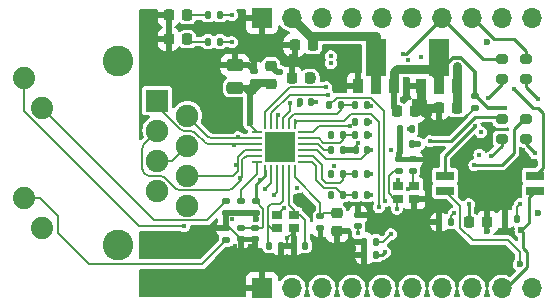
<source format=gbr>
%TF.GenerationSoftware,KiCad,Pcbnew,8.0.2-8.0.2-0~ubuntu22.04.1*%
%TF.CreationDate,2024-05-07T00:28:05+09:00*%
%TF.ProjectId,CANgatewayE,43414e67-6174-4657-9761-79452e6b6963,rev?*%
%TF.SameCoordinates,Original*%
%TF.FileFunction,Copper,L1,Top*%
%TF.FilePolarity,Positive*%
%FSLAX46Y46*%
G04 Gerber Fmt 4.6, Leading zero omitted, Abs format (unit mm)*
G04 Created by KiCad (PCBNEW 8.0.2-8.0.2-0~ubuntu22.04.1) date 2024-05-07 00:28:05*
%MOMM*%
%LPD*%
G01*
G04 APERTURE LIST*
G04 Aperture macros list*
%AMRoundRect*
0 Rectangle with rounded corners*
0 $1 Rounding radius*
0 $2 $3 $4 $5 $6 $7 $8 $9 X,Y pos of 4 corners*
0 Add a 4 corners polygon primitive as box body*
4,1,4,$2,$3,$4,$5,$6,$7,$8,$9,$2,$3,0*
0 Add four circle primitives for the rounded corners*
1,1,$1+$1,$2,$3*
1,1,$1+$1,$4,$5*
1,1,$1+$1,$6,$7*
1,1,$1+$1,$8,$9*
0 Add four rect primitives between the rounded corners*
20,1,$1+$1,$2,$3,$4,$5,0*
20,1,$1+$1,$4,$5,$6,$7,0*
20,1,$1+$1,$6,$7,$8,$9,0*
20,1,$1+$1,$8,$9,$2,$3,0*%
%AMFreePoly0*
4,1,9,3.862500,-0.866500,0.737500,-0.866500,0.737500,-0.450000,-0.737500,-0.450000,-0.737500,0.450000,0.737500,0.450000,0.737500,0.866500,3.862500,0.866500,3.862500,-0.866500,3.862500,-0.866500,$1*%
G04 Aperture macros list end*
%TA.AperFunction,SMDPad,CuDef*%
%ADD10RoundRect,0.140000X0.140000X0.170000X-0.140000X0.170000X-0.140000X-0.170000X0.140000X-0.170000X0*%
%TD*%
%TA.AperFunction,SMDPad,CuDef*%
%ADD11RoundRect,0.140000X-0.170000X0.140000X-0.170000X-0.140000X0.170000X-0.140000X0.170000X0.140000X0*%
%TD*%
%TA.AperFunction,SMDPad,CuDef*%
%ADD12RoundRect,0.135000X-0.185000X0.135000X-0.185000X-0.135000X0.185000X-0.135000X0.185000X0.135000X0*%
%TD*%
%TA.AperFunction,SMDPad,CuDef*%
%ADD13RoundRect,0.135000X0.135000X0.185000X-0.135000X0.185000X-0.135000X-0.185000X0.135000X-0.185000X0*%
%TD*%
%TA.AperFunction,ComponentPad*%
%ADD14C,1.890000*%
%TD*%
%TA.AperFunction,ComponentPad*%
%ADD15R,1.900000X1.900000*%
%TD*%
%TA.AperFunction,ComponentPad*%
%ADD16C,1.900000*%
%TD*%
%TA.AperFunction,ComponentPad*%
%ADD17C,2.600000*%
%TD*%
%TA.AperFunction,SMDPad,CuDef*%
%ADD18R,0.900000X0.800000*%
%TD*%
%TA.AperFunction,SMDPad,CuDef*%
%ADD19RoundRect,0.225000X-0.225000X-0.250000X0.225000X-0.250000X0.225000X0.250000X-0.225000X0.250000X0*%
%TD*%
%TA.AperFunction,SMDPad,CuDef*%
%ADD20R,0.900000X1.300000*%
%TD*%
%TA.AperFunction,SMDPad,CuDef*%
%ADD21FreePoly0,90.000000*%
%TD*%
%TA.AperFunction,SMDPad,CuDef*%
%ADD22RoundRect,0.218750X-0.218750X-0.256250X0.218750X-0.256250X0.218750X0.256250X-0.218750X0.256250X0*%
%TD*%
%TA.AperFunction,SMDPad,CuDef*%
%ADD23RoundRect,0.140000X0.170000X-0.140000X0.170000X0.140000X-0.170000X0.140000X-0.170000X-0.140000X0*%
%TD*%
%TA.AperFunction,SMDPad,CuDef*%
%ADD24RoundRect,0.200000X-0.275000X0.200000X-0.275000X-0.200000X0.275000X-0.200000X0.275000X0.200000X0*%
%TD*%
%TA.AperFunction,SMDPad,CuDef*%
%ADD25RoundRect,0.062500X0.062500X-0.375000X0.062500X0.375000X-0.062500X0.375000X-0.062500X-0.375000X0*%
%TD*%
%TA.AperFunction,SMDPad,CuDef*%
%ADD26RoundRect,0.062500X0.375000X-0.062500X0.375000X0.062500X-0.375000X0.062500X-0.375000X-0.062500X0*%
%TD*%
%TA.AperFunction,ComponentPad*%
%ADD27C,0.500000*%
%TD*%
%TA.AperFunction,SMDPad,CuDef*%
%ADD28R,2.500000X2.500000*%
%TD*%
%TA.AperFunction,SMDPad,CuDef*%
%ADD29RoundRect,0.225000X0.225000X0.250000X-0.225000X0.250000X-0.225000X-0.250000X0.225000X-0.250000X0*%
%TD*%
%TA.AperFunction,SMDPad,CuDef*%
%ADD30RoundRect,0.225000X-0.250000X0.225000X-0.250000X-0.225000X0.250000X-0.225000X0.250000X0.225000X0*%
%TD*%
%TA.AperFunction,SMDPad,CuDef*%
%ADD31RoundRect,0.250000X0.475000X-0.250000X0.475000X0.250000X-0.475000X0.250000X-0.475000X-0.250000X0*%
%TD*%
%TA.AperFunction,SMDPad,CuDef*%
%ADD32RoundRect,0.218750X-0.256250X0.218750X-0.256250X-0.218750X0.256250X-0.218750X0.256250X0.218750X0*%
%TD*%
%TA.AperFunction,SMDPad,CuDef*%
%ADD33RoundRect,0.135000X0.185000X-0.135000X0.185000X0.135000X-0.185000X0.135000X-0.185000X-0.135000X0*%
%TD*%
%TA.AperFunction,SMDPad,CuDef*%
%ADD34R,1.600000X0.760000*%
%TD*%
%TA.AperFunction,SMDPad,CuDef*%
%ADD35RoundRect,0.135000X-0.135000X-0.185000X0.135000X-0.185000X0.135000X0.185000X-0.135000X0.185000X0*%
%TD*%
%TA.AperFunction,ComponentPad*%
%ADD36R,1.700000X1.700000*%
%TD*%
%TA.AperFunction,ComponentPad*%
%ADD37O,1.700000X1.700000*%
%TD*%
%TA.AperFunction,ViaPad*%
%ADD38C,0.400000*%
%TD*%
%TA.AperFunction,ViaPad*%
%ADD39C,0.600000*%
%TD*%
%TA.AperFunction,Conductor*%
%ADD40C,0.250000*%
%TD*%
%TA.AperFunction,Conductor*%
%ADD41C,0.200000*%
%TD*%
%TA.AperFunction,Conductor*%
%ADD42C,0.750000*%
%TD*%
%TA.AperFunction,Conductor*%
%ADD43C,0.300000*%
%TD*%
%TA.AperFunction,Conductor*%
%ADD44C,0.500000*%
%TD*%
G04 APERTURE END LIST*
D10*
%TO.P,C25,1*%
%TO.N,+5V*%
X46962000Y7112000D03*
%TO.P,C25,2*%
%TO.N,GND*%
X46002000Y7112000D03*
%TD*%
D11*
%TO.P,C11,1*%
%TO.N,+5V*%
X43434000Y17498000D03*
%TO.P,C11,2*%
%TO.N,GND*%
X43434000Y16538000D03*
%TD*%
D12*
%TO.P,R18,1*%
%TO.N,Net-(J1-PadL3)*%
X22352000Y8638000D03*
%TO.P,R18,2*%
%TO.N,GND*%
X22352000Y7618000D03*
%TD*%
D10*
%TO.P,C10,1*%
%TO.N,+3.3V*%
X35024000Y4064000D03*
%TO.P,C10,2*%
%TO.N,GND*%
X34064000Y4064000D03*
%TD*%
D13*
%TO.P,R3,1*%
%TO.N,+3.3V*%
X34292000Y9144000D03*
%TO.P,R3,2*%
%TO.N,Net-(U2-RXD1{slash}MODE1)*%
X33272000Y9144000D03*
%TD*%
%TO.P,R6,1*%
%TO.N,+3.3V*%
X34294000Y16764000D03*
%TO.P,R6,2*%
%TO.N,Net-(U2-~{INT}{slash}REFCLKO)*%
X33274000Y16764000D03*
%TD*%
D14*
%TO.P,J1,L1*%
%TO.N,/Ethernet/LED1*%
X6810000Y6375000D03*
%TO.P,J1,L2*%
%TO.N,Net-(J1-PadL2)*%
X5290000Y8915000D03*
%TO.P,J1,L3*%
%TO.N,Net-(J1-PadL3)*%
X6810000Y16485000D03*
%TO.P,J1,L4*%
%TO.N,/Ethernet/LED2*%
X5290000Y19025000D03*
D15*
%TO.P,J1,R1,TD+*%
%TO.N,Net-(J1-TD+)*%
X16530000Y17145000D03*
D16*
%TO.P,J1,R2,TD-*%
%TO.N,Net-(J1-TD-)*%
X19070000Y15875000D03*
%TO.P,J1,R3,RD+*%
%TO.N,Net-(J1-RD+)*%
X16530000Y14605000D03*
%TO.P,J1,R4,TCT*%
%TO.N,Net-(J1-RCT)*%
X19070000Y13335000D03*
%TO.P,J1,R5,RCT*%
X16530000Y12065000D03*
%TO.P,J1,R6,RD-*%
%TO.N,Net-(J1-RD-)*%
X19070000Y10795000D03*
%TO.P,J1,R7,NC*%
%TO.N,unconnected-(J1-NC-PadR7)*%
X16530000Y9525000D03*
%TO.P,J1,R8*%
%TO.N,Net-(JP1-A)*%
X19070000Y8255000D03*
D17*
%TO.P,J1,SH*%
X13240000Y20475000D03*
X13240000Y4925000D03*
%TD*%
D12*
%TO.P,R16,1*%
%TO.N,Net-(U2-RBIAS)*%
X23622000Y8638000D03*
%TO.P,R16,2*%
%TO.N,GND*%
X23622000Y7618000D03*
%TD*%
D18*
%TO.P,Y1,1,1*%
%TO.N,Net-(U1-PH0)*%
X38292000Y9948000D03*
%TO.P,Y1,2,2*%
%TO.N,GND*%
X36892000Y9948000D03*
%TO.P,Y1,3,3*%
%TO.N,Net-(U1-PH1)*%
X36892000Y8848000D03*
%TO.P,Y1,4,4*%
%TO.N,GND*%
X38292000Y8848000D03*
%TD*%
D19*
%TO.P,C22,1*%
%TO.N,+5V*%
X36804000Y16256000D03*
%TO.P,C22,2*%
%TO.N,GND*%
X38354000Y16256000D03*
%TD*%
D11*
%TO.P,C19,1*%
%TO.N,Net-(J1-RCT)*%
X24892000Y8608000D03*
%TO.P,C19,2*%
%TO.N,GND*%
X24892000Y7648000D03*
%TD*%
D20*
%TO.P,U5,1,GND*%
%TO.N,GND*%
X38886000Y18370000D03*
D21*
%TO.P,U5,2,VI*%
%TO.N,+5V*%
X40386000Y18457500D03*
D20*
%TO.P,U5,3,VO*%
%TO.N,+3.3V*%
X41886000Y18370000D03*
%TD*%
D13*
%TO.P,R1,1*%
%TO.N,/MCU/BOOT0*%
X38104000Y13462000D03*
%TO.P,R1,2*%
%TO.N,GND*%
X37084000Y13462000D03*
%TD*%
%TO.P,R22,1*%
%TO.N,/MCU/PB14*%
X21846000Y22140000D03*
%TO.P,R22,2*%
%TO.N,Net-(D2-A)*%
X20826000Y22140000D03*
%TD*%
D10*
%TO.P,C16,1*%
%TO.N,+3.3V*%
X34290000Y12954000D03*
%TO.P,C16,2*%
%TO.N,GND*%
X33330000Y12954000D03*
%TD*%
D11*
%TO.P,C20,1*%
%TO.N,Net-(J1-RCT)*%
X24830000Y6350000D03*
%TO.P,C20,2*%
%TO.N,GND*%
X24830000Y5390000D03*
%TD*%
D22*
%TO.P,D1,1,K*%
%TO.N,GND*%
X17500500Y24384000D03*
%TO.P,D1,2,A*%
%TO.N,Net-(D1-A)*%
X19075500Y24384000D03*
%TD*%
D23*
%TO.P,C1,1*%
%TO.N,Net-(U1-PH0)*%
X38201600Y11204000D03*
%TO.P,C1,2*%
%TO.N,GND*%
X38201600Y12164000D03*
%TD*%
D13*
%TO.P,R9,1*%
%TO.N,GND*%
X32260000Y12954000D03*
%TO.P,R9,2*%
%TO.N,Net-(U2-RXER{slash}PHYAD0)*%
X31240000Y12954000D03*
%TD*%
D24*
%TO.P,JP3,1,A*%
%TO.N,/CAN1_RD*%
X45720000Y20637000D03*
%TO.P,JP3,2,B*%
%TO.N,Net-(JP3-B)*%
X45720000Y18987000D03*
%TD*%
D25*
%TO.P,U2,1,VDD2A*%
%TO.N,Net-(J1-RCT)*%
X25666000Y11270500D03*
%TO.P,U2,2,LED2/~{INTSEL}*%
%TO.N,/Ethernet/LED2*%
X26166000Y11270500D03*
%TO.P,U2,3,LED1/REGOFF*%
%TO.N,/Ethernet/LED1*%
X26666000Y11270500D03*
%TO.P,U2,4,XTAL2*%
%TO.N,Net-(U2-XTAL2)*%
X27166000Y11270500D03*
%TO.P,U2,5,XTAL1/CLKIN*%
%TO.N,Net-(U2-XTAL1{slash}CLKIN)*%
X27666000Y11270500D03*
%TO.P,U2,6,VDDCR*%
%TO.N,Net-(U2-VDDCR)*%
X28166000Y11270500D03*
D26*
%TO.P,U2,7,RXD1/MODE1*%
%TO.N,Net-(U2-RXD1{slash}MODE1)*%
X28853500Y11958000D03*
%TO.P,U2,8,RXD0/MODE0*%
%TO.N,Net-(U2-RXD0{slash}MODE0)*%
X28853500Y12458000D03*
%TO.P,U2,9,VDDIO*%
%TO.N,+3.3V*%
X28853500Y12958000D03*
%TO.P,U2,10,RXER/PHYAD0*%
%TO.N,Net-(U2-RXER{slash}PHYAD0)*%
X28853500Y13458000D03*
%TO.P,U2,11,CRS_DV/MODE2*%
%TO.N,Net-(U2-CRS_DV{slash}MODE2)*%
X28853500Y13958000D03*
%TO.P,U2,12,MDIO*%
%TO.N,/RMII_MDIO*%
X28853500Y14458000D03*
D25*
%TO.P,U2,13,MDC*%
%TO.N,/RMII_MDC*%
X28166000Y15145500D03*
%TO.P,U2,14,~{INT}/REFCLKO*%
%TO.N,Net-(U2-~{INT}{slash}REFCLKO)*%
X27666000Y15145500D03*
%TO.P,U2,15,~{RST}*%
%TO.N,/NRST*%
X27166000Y15145500D03*
%TO.P,U2,16,TXEN*%
%TO.N,/RMII_TX_EN*%
X26666000Y15145500D03*
%TO.P,U2,17,TXD0*%
%TO.N,/RMII_TXD0*%
X26166000Y15145500D03*
%TO.P,U2,18,TXD1*%
%TO.N,/RMII_TXD1*%
X25666000Y15145500D03*
D26*
%TO.P,U2,19,VDD1A*%
%TO.N,Net-(J1-RCT)*%
X24978500Y14458000D03*
%TO.P,U2,20,TXN*%
%TO.N,Net-(J1-TD-)*%
X24978500Y13958000D03*
%TO.P,U2,21,TXP*%
%TO.N,Net-(J1-TD+)*%
X24978500Y13458000D03*
%TO.P,U2,22,RXN*%
%TO.N,Net-(J1-RD-)*%
X24978500Y12958000D03*
%TO.P,U2,23,RXP*%
%TO.N,Net-(J1-RD+)*%
X24978500Y12458000D03*
%TO.P,U2,24,RBIAS*%
%TO.N,Net-(U2-RBIAS)*%
X24978500Y11958000D03*
D27*
%TO.P,U2,25,VSS*%
%TO.N,GND*%
X25916000Y12208000D03*
X26916000Y12208000D03*
X27916000Y12208000D03*
X25916000Y13208000D03*
X26916000Y13208000D03*
D28*
X26916000Y13208000D03*
D27*
X27916000Y13208000D03*
X25916000Y14208000D03*
X26916000Y14208000D03*
X27916000Y14208000D03*
%TD*%
D29*
%TO.P,C24,1*%
%TO.N,/Connector/VIN*%
X29718000Y21844000D03*
%TO.P,C24,2*%
%TO.N,GND*%
X28168000Y21844000D03*
%TD*%
D19*
%TO.P,C5,1*%
%TO.N,Net-(C5-Pad1)*%
X42926000Y6858000D03*
%TO.P,C5,2*%
%TO.N,GND*%
X44476000Y6858000D03*
%TD*%
D24*
%TO.P,JP5,1,A*%
%TO.N,/CAN2_RD*%
X47752000Y15557000D03*
%TO.P,JP5,2,B*%
%TO.N,Net-(JP5-B)*%
X47752000Y13907000D03*
%TD*%
D29*
%TO.P,C4,1*%
%TO.N,Net-(C4-Pad1)*%
X29477000Y19050000D03*
%TO.P,C4,2*%
%TO.N,GND*%
X27927000Y19050000D03*
%TD*%
D13*
%TO.P,R7,1*%
%TO.N,Net-(U2-RXD0{slash}MODE0)*%
X32260000Y10922000D03*
%TO.P,R7,2*%
%TO.N,/RMII_RXD0*%
X31240000Y10922000D03*
%TD*%
D20*
%TO.P,U7,1,GND*%
%TO.N,GND*%
X33552000Y18370000D03*
D21*
%TO.P,U7,2,VI*%
%TO.N,/Connector/VIN*%
X35052000Y18457500D03*
D20*
%TO.P,U7,3,VO*%
%TO.N,+5V*%
X36552000Y18370000D03*
%TD*%
D13*
%TO.P,R2,1*%
%TO.N,+3.3V*%
X34292000Y10922000D03*
%TO.P,R2,2*%
%TO.N,Net-(U2-RXD0{slash}MODE0)*%
X33272000Y10922000D03*
%TD*%
D30*
%TO.P,C15,1*%
%TO.N,Net-(U2-VDDCR)*%
X31750000Y7633000D03*
%TO.P,C15,2*%
%TO.N,GND*%
X31750000Y6083000D03*
%TD*%
D24*
%TO.P,JP4,1,A*%
%TO.N,/CAN2_TD*%
X45720000Y15557000D03*
%TO.P,JP4,2,B*%
%TO.N,Net-(JP4-B)*%
X45720000Y13907000D03*
%TD*%
D13*
%TO.P,R8,1*%
%TO.N,Net-(U2-RXD1{slash}MODE1)*%
X32260000Y9144000D03*
%TO.P,R8,2*%
%TO.N,/RMII_RXD1*%
X31240000Y9144000D03*
%TD*%
D31*
%TO.P,C17,1*%
%TO.N,Net-(J1-RCT)*%
X23114000Y18227000D03*
%TO.P,C17,2*%
%TO.N,GND*%
X23114000Y20127000D03*
%TD*%
D23*
%TO.P,C18,1*%
%TO.N,Net-(J1-RCT)*%
X24765000Y18697000D03*
%TO.P,C18,2*%
%TO.N,GND*%
X24765000Y19657000D03*
%TD*%
D29*
%TO.P,C23,1*%
%TO.N,+3.3V*%
X41923000Y16510000D03*
%TO.P,C23,2*%
%TO.N,GND*%
X40373000Y16510000D03*
%TD*%
D18*
%TO.P,Y2,1,1*%
%TO.N,Net-(U2-XTAL1{slash}CLKIN)*%
X28070000Y7442902D03*
%TO.P,Y2,2,2*%
%TO.N,GND*%
X26670000Y7442902D03*
%TO.P,Y2,3,3*%
%TO.N,Net-(U2-XTAL2)*%
X26670000Y6342902D03*
%TO.P,Y2,4,4*%
%TO.N,GND*%
X28070000Y6342902D03*
%TD*%
D23*
%TO.P,C8,1*%
%TO.N,+3.3V*%
X33528000Y6505000D03*
%TO.P,C8,2*%
%TO.N,GND*%
X33528000Y7465000D03*
%TD*%
D32*
%TO.P,L1,1*%
%TO.N,+3.3V*%
X26162000Y20091500D03*
%TO.P,L1,2*%
%TO.N,Net-(J1-RCT)*%
X26162000Y18516500D03*
%TD*%
D13*
%TO.P,R5,1*%
%TO.N,+3.3V*%
X34292000Y15367000D03*
%TO.P,R5,2*%
%TO.N,/RMII_MDIO*%
X33272000Y15367000D03*
%TD*%
D33*
%TO.P,R17,1*%
%TO.N,Net-(J1-PadL2)*%
X22352000Y5332000D03*
%TO.P,R17,2*%
%TO.N,GND*%
X22352000Y6352000D03*
%TD*%
D34*
%TO.P,SW1,1*%
%TO.N,/CAN/CAN1_L*%
X40894000Y10795000D03*
%TO.P,SW1,2*%
%TO.N,Net-(R20-Pad2)*%
X40894000Y9525000D03*
%TO.P,SW1,3*%
%TO.N,/CAN/CAN2_L*%
X48514000Y9525000D03*
%TO.P,SW1,4*%
%TO.N,Net-(R19-Pad1)*%
X48514000Y10795000D03*
%TD*%
D11*
%TO.P,C14,1*%
%TO.N,Net-(U2-VDDCR)*%
X30353000Y7338000D03*
%TO.P,C14,2*%
%TO.N,GND*%
X30353000Y6378000D03*
%TD*%
D10*
%TO.P,C7,1*%
%TO.N,+3.3V*%
X38072000Y14732000D03*
%TO.P,C7,2*%
%TO.N,GND*%
X37112000Y14732000D03*
%TD*%
%TO.P,C13,1*%
%TO.N,GND*%
X26995000Y4860902D03*
%TO.P,C13,2*%
%TO.N,Net-(U2-XTAL2)*%
X26035000Y4860902D03*
%TD*%
%TO.P,C6,1*%
%TO.N,+3.3V*%
X29563000Y17018000D03*
%TO.P,C6,2*%
%TO.N,GND*%
X28603000Y17018000D03*
%TD*%
D24*
%TO.P,JP2,1,A*%
%TO.N,/CAN1_TD*%
X47752000Y20637000D03*
%TO.P,JP2,2,B*%
%TO.N,Net-(JP2-B)*%
X47752000Y18987000D03*
%TD*%
D10*
%TO.P,C3,1*%
%TO.N,/NRST*%
X35024000Y5207000D03*
%TO.P,C3,2*%
%TO.N,GND*%
X34064000Y5207000D03*
%TD*%
D13*
%TO.P,R4,1*%
%TO.N,+3.3V*%
X34292000Y14224000D03*
%TO.P,R4,2*%
%TO.N,Net-(U2-CRS_DV{slash}MODE2)*%
X33272000Y14224000D03*
%TD*%
D11*
%TO.P,C2,1*%
%TO.N,GND*%
X36982400Y12164000D03*
%TO.P,C2,2*%
%TO.N,Net-(U1-PH1)*%
X36982400Y11204000D03*
%TD*%
D35*
%TO.P,R10,1*%
%TO.N,/RMII_CRS_DV*%
X31240000Y14224000D03*
%TO.P,R10,2*%
%TO.N,Net-(U2-CRS_DV{slash}MODE2)*%
X32260000Y14224000D03*
%TD*%
D22*
%TO.P,D2,1,K*%
%TO.N,GND*%
X17500500Y22352000D03*
%TO.P,D2,2,A*%
%TO.N,Net-(D2-A)*%
X19075500Y22352000D03*
%TD*%
D10*
%TO.P,C12,1*%
%TO.N,Net-(U2-XTAL1{slash}CLKIN)*%
X29055000Y4860902D03*
%TO.P,C12,2*%
%TO.N,GND*%
X28095000Y4860902D03*
%TD*%
D13*
%TO.P,R21,1*%
%TO.N,/MCU/PB15*%
X21844000Y24384000D03*
%TO.P,R21,2*%
%TO.N,Net-(D1-A)*%
X20824000Y24384000D03*
%TD*%
D35*
%TO.P,R11,1*%
%TO.N,/RMII_REF_CLK*%
X31113000Y16764000D03*
%TO.P,R11,2*%
%TO.N,Net-(U2-~{INT}{slash}REFCLKO)*%
X32133000Y16764000D03*
%TD*%
D10*
%TO.P,C9,1*%
%TO.N,+3.3V*%
X41374000Y6858000D03*
%TO.P,C9,2*%
%TO.N,GND*%
X40414000Y6858000D03*
%TD*%
D11*
%TO.P,C21,1*%
%TO.N,Net-(J1-RCT)*%
X23622000Y6350000D03*
%TO.P,C21,2*%
%TO.N,GND*%
X23622000Y5390000D03*
%TD*%
D36*
%TO.P,J3,1,Pin_1*%
%TO.N,GND*%
X25400000Y1270000D03*
D37*
%TO.P,J3,2,Pin_2*%
%TO.N,unconnected-(J3-Pin_2-Pad2)*%
X27940000Y1270000D03*
%TO.P,J3,3,Pin_3*%
%TO.N,unconnected-(J3-Pin_3-Pad3)*%
X30480000Y1270000D03*
%TO.P,J3,4,Pin_4*%
%TO.N,unconnected-(J3-Pin_4-Pad4)*%
X33020000Y1270000D03*
%TO.P,J3,5,Pin_5*%
%TO.N,/Connector/VCP_TX*%
X35560000Y1270000D03*
%TO.P,J3,6,Pin_6*%
%TO.N,/Connector/VCP_RX*%
X38100000Y1270000D03*
%TO.P,J3,7,Pin_7*%
%TO.N,/CAN2_RD*%
X40640000Y1270000D03*
%TO.P,J3,8,Pin_8*%
%TO.N,/CAN2_TD*%
X43180000Y1270000D03*
%TO.P,J3,9,Pin_9*%
%TO.N,/CAN/CAN2_L*%
X45720000Y1270000D03*
%TO.P,J3,10,Pin_10*%
%TO.N,/CAN/CAN2_H*%
X48260000Y1270000D03*
%TD*%
D36*
%TO.P,J4,1,Pin_1*%
%TO.N,GND*%
X25400000Y24130000D03*
D37*
%TO.P,J4,2,Pin_2*%
%TO.N,/Connector/VIN*%
X27940000Y24130000D03*
%TO.P,J4,3,Pin_3*%
%TO.N,+3.3V*%
X30480000Y24130000D03*
%TO.P,J4,4,Pin_4*%
%TO.N,/NRST*%
X33020000Y24130000D03*
%TO.P,J4,5,Pin_5*%
%TO.N,/SWDIO*%
X35560000Y24130000D03*
%TO.P,J4,6,Pin_6*%
%TO.N,/SWCLK*%
X38100000Y24130000D03*
%TO.P,J4,7,Pin_7*%
%TO.N,/CAN1_RD*%
X40640000Y24130000D03*
%TO.P,J4,8,Pin_8*%
%TO.N,/CAN1_TD*%
X43180000Y24130000D03*
%TO.P,J4,9,Pin_9*%
%TO.N,/CAN/CAN1_L*%
X45720000Y24130000D03*
%TO.P,J4,10,Pin_10*%
%TO.N,/CAN/CAN1_H*%
X48260000Y24130000D03*
%TD*%
D38*
%TO.N,+5V*%
X47244000Y8382000D03*
%TO.N,GND*%
X39370000Y16002000D03*
X39370000Y16510000D03*
%TO.N,Net-(U1-PH0)*%
X37742001Y9635300D03*
%TO.N,GND*%
X27559000Y5495902D03*
X22860000Y7112000D03*
D39*
X33274000Y21336000D03*
D38*
X40386000Y6604000D03*
X20320000Y2540000D03*
D39*
X19812000Y6096000D03*
D38*
X42672000Y10922000D03*
X22860000Y762000D03*
X38354000Y8509000D03*
X27247771Y8035886D03*
D39*
X21844000Y16256000D03*
D38*
X24384000Y4826000D03*
X33638779Y8126708D03*
D39*
X30226000Y20320000D03*
X40386000Y8128000D03*
X33274000Y20574000D03*
X38354000Y17018000D03*
X27940000Y20828000D03*
D38*
X16002000Y2540000D03*
D39*
X32512000Y4572000D03*
X44958000Y9144000D03*
D38*
X22860000Y2540000D03*
D39*
X46482000Y9144000D03*
D38*
X20320000Y762000D03*
X16002000Y762000D03*
X37084000Y14224000D03*
D39*
X19177000Y5080000D03*
X23114000Y20828000D03*
D38*
X31750000Y5588000D03*
D39*
X24885276Y7130000D03*
D38*
X36957000Y10414000D03*
X30353000Y5715000D03*
X42926000Y10160000D03*
D39*
X32512000Y21336000D03*
X23368000Y16256000D03*
X21844000Y21082000D03*
X44450000Y6096000D03*
X39370000Y3048000D03*
D38*
X28575000Y16764000D03*
D39*
X25654000Y3810000D03*
D38*
X46228000Y9906000D03*
D39*
X30480000Y4572000D03*
X39116000Y17018000D03*
D38*
X47498000Y12954000D03*
X37592000Y12164000D03*
X28575000Y9144000D03*
X33532020Y13518387D03*
D39*
X24765000Y20574000D03*
D38*
X23114000Y4826000D03*
%TO.N,Net-(U1-PH1)*%
X36830000Y8001000D03*
%TO.N,Net-(C4-Pad1)*%
X29845000Y19050000D03*
D39*
%TO.N,+3.3V*%
X26924000Y19558000D03*
D38*
X38862000Y20828000D03*
X29972000Y17018000D03*
X34598408Y16691408D03*
X35814000Y4318000D03*
X33494257Y5914827D03*
D39*
X41910000Y19304000D03*
D38*
X34671000Y10922000D03*
D39*
X41910000Y20066000D03*
D38*
X34671000Y9144000D03*
D39*
X44450000Y22098000D03*
D38*
X41656000Y7620000D03*
D39*
X48768000Y7620000D03*
D38*
X37846000Y14732000D03*
X34671000Y12954000D03*
X34544000Y15367000D03*
X34544000Y14224000D03*
X28383103Y9714103D03*
D39*
%TO.N,Net-(J1-RCT)*%
X24384000Y15240000D03*
D38*
X25273000Y10414000D03*
%TO.N,Net-(J1-TD-)*%
X23368000Y14058000D03*
%TO.N,/Ethernet/LED2*%
X25654000Y9652000D03*
X18796000Y6505000D03*
%TO.N,Net-(J1-RD+)*%
X23531054Y10631946D03*
%TO.N,/Ethernet/LED1*%
X26416000Y9144000D03*
%TO.N,Net-(J1-TD+)*%
X22996098Y13349697D03*
%TO.N,Net-(J1-RD-)*%
X23241000Y11682000D03*
D39*
%TO.N,/MCU/BOOT0*%
X38608000Y13462000D03*
D38*
%TO.N,/RMII_MDIO*%
X32891000Y14986000D03*
%TO.N,/RMII_RXD0*%
X31240000Y10922000D03*
%TO.N,/RMII_RXD1*%
X31240000Y9144000D03*
%TO.N,/RMII_CRS_DV*%
X31240000Y14224000D03*
X31466001Y11634381D03*
%TO.N,/RMII_REF_CLK*%
X35806000Y8636000D03*
%TO.N,Net-(R19-Pad1)*%
X46736001Y18150855D03*
D39*
%TO.N,Net-(R20-Pad2)*%
X47244000Y3302000D03*
%TO.N,/CAN/CAN2_L*%
X47371000Y6161000D03*
D38*
%TO.N,/CAN/CAN1_L*%
X43434000Y14986000D03*
%TO.N,/RMII_TX_EN*%
X26741646Y15952396D03*
%TO.N,/RMII_MDC*%
X35306000Y8128000D03*
%TO.N,/CAN2_TD*%
X39624000Y13716000D03*
X43815000Y12573000D03*
%TO.N,/MCU/PB14*%
X22860000Y22098000D03*
X31242000Y20320000D03*
%TO.N,/RMII_TXD0*%
X30988000Y17653000D03*
%TO.N,/MCU/PB15*%
X22860000Y24384000D03*
X31242000Y20920003D03*
%TO.N,/CAN1_TD*%
X37785000Y20587000D03*
%TO.N,/CAN2_RD*%
X43376000Y11684000D03*
%TO.N,/CAN1_RD*%
X37338000Y21082000D03*
%TO.N,/RMII_TXD1*%
X30861000Y18288000D03*
%TO.N,+5V*%
X45974000Y16510000D03*
%TO.N,Net-(C5-Pad1)*%
X42926000Y8382000D03*
%TO.N,/NRST*%
X36322000Y5842000D03*
X27746625Y16957375D03*
X36310000Y12954000D03*
%TO.N,Net-(JP2-B)*%
X48768000Y17272000D03*
%TO.N,Net-(JP3-B)*%
X44577000Y17399000D03*
X43942000Y14478000D03*
%TO.N,Net-(JP4-B)*%
X44831000Y12446000D03*
%TO.N,Net-(JP5-B)*%
X48514000Y12700000D03*
%TD*%
D40*
%TO.N,/CAN/CAN2_L*%
X47371000Y6161000D02*
X47498000Y6034000D01*
X47498000Y4665041D02*
X47869000Y4294041D01*
X47498000Y6034000D02*
X47498000Y4665041D01*
X47869000Y3043116D02*
X46095884Y1270000D01*
X47869000Y4294041D02*
X47869000Y3043116D01*
X46095884Y1270000D02*
X45720000Y1270000D01*
D41*
%TO.N,Net-(R20-Pad2)*%
X40894000Y9525000D02*
X42156000Y8263000D01*
X42156000Y8263000D02*
X42156000Y6404304D01*
X42156000Y6404304D02*
X43226304Y5334000D01*
X43226304Y5334000D02*
X46228000Y5334000D01*
X46228000Y5334000D02*
X47244000Y4318000D01*
X47244000Y4318000D02*
X47244000Y3302000D01*
%TO.N,+5V*%
X46962000Y8100000D02*
X47244000Y8382000D01*
X46962000Y7112000D02*
X46962000Y8100000D01*
D40*
%TO.N,/CAN/CAN2_L*%
X47371000Y6161000D02*
X48006000Y6796000D01*
X48006000Y6796000D02*
X48006000Y9017000D01*
X48006000Y9017000D02*
X48514000Y9525000D01*
D42*
%TO.N,GND*%
X39370000Y16002000D02*
X38608000Y16510000D01*
X39370000Y16510000D02*
X39370000Y16002000D01*
D41*
X42136000Y15240000D02*
X40894000Y15240000D01*
X43434000Y16538000D02*
X42136000Y15240000D01*
X40894000Y15240000D02*
X40373000Y15761000D01*
X40373000Y15761000D02*
X40373000Y16510000D01*
D40*
%TO.N,/CAN1_RD*%
X45720000Y20637000D02*
X44133000Y20637000D01*
X44133000Y20637000D02*
X40640000Y24130000D01*
D43*
%TO.N,+5V*%
X45974000Y16510000D02*
X44577000Y16510000D01*
X40386000Y19567305D02*
X40386000Y18457500D01*
X44577000Y16510000D02*
X43434000Y17653000D01*
X43434000Y17653000D02*
X43434000Y19567305D01*
X43434000Y19567305D02*
X42210305Y20791000D01*
X42210305Y20791000D02*
X41609695Y20791000D01*
X41609695Y20791000D02*
X40386000Y19567305D01*
D41*
%TO.N,Net-(U1-PH0)*%
X37979300Y9635300D02*
X38292000Y9948000D01*
X38201600Y10038400D02*
X38292000Y9948000D01*
X37742001Y9635300D02*
X37979300Y9635300D01*
X38201600Y11204000D02*
X38201600Y10038400D01*
%TO.N,GND*%
X40414000Y6858000D02*
X40414000Y6632000D01*
X22660000Y6352000D02*
X23622000Y5390000D01*
X28070000Y6342902D02*
X28070000Y6006902D01*
D44*
X24765000Y19657000D02*
X24765000Y20574000D01*
D42*
X38886000Y18370000D02*
X38886000Y16788000D01*
D41*
X22352000Y6352000D02*
X22660000Y6352000D01*
D42*
X38608000Y16510000D02*
X38354000Y16256000D01*
D44*
X23114000Y20127000D02*
X23114000Y20828000D01*
D41*
X40414000Y6632000D02*
X40386000Y6604000D01*
X27559000Y5495902D02*
X27559000Y4987902D01*
X27559000Y4987902D02*
X27432000Y4860902D01*
D44*
X37112000Y13490000D02*
X37084000Y13462000D01*
D41*
X38382000Y8481000D02*
X38354000Y8509000D01*
X36892000Y10349000D02*
X36957000Y10414000D01*
D40*
X28603000Y17018000D02*
X28603000Y16792000D01*
D41*
X44450000Y6832000D02*
X44476000Y6858000D01*
D44*
X24295000Y20127000D02*
X24765000Y19657000D01*
D41*
X23622000Y7618000D02*
X22352000Y7618000D01*
D40*
X33330000Y12954000D02*
X32260000Y12954000D01*
D42*
X38886000Y16788000D02*
X38354000Y16256000D01*
D41*
X33330000Y12954000D02*
X33330000Y13316367D01*
D40*
X34064000Y5207000D02*
X34064000Y4064000D01*
D41*
X38292000Y8848000D02*
X38292000Y8571000D01*
X26995000Y4860902D02*
X27432000Y4860902D01*
X33638779Y7575779D02*
X33528000Y7465000D01*
X33638779Y8126708D02*
X33638779Y7575779D01*
D42*
X40373000Y16510000D02*
X39370000Y16510000D01*
D44*
X37084000Y14224000D02*
X37112000Y14196000D01*
D41*
X27432000Y4860902D02*
X28095000Y4860902D01*
D40*
X24892000Y7468923D02*
X24885276Y7462199D01*
D44*
X37112000Y14196000D02*
X37112000Y13490000D01*
D41*
X36892000Y9948000D02*
X36892000Y10349000D01*
X44450000Y6096000D02*
X44450000Y6832000D01*
X31750000Y6083000D02*
X31750000Y5588000D01*
X38292000Y8571000D02*
X38354000Y8509000D01*
X26670000Y7458115D02*
X27247771Y8035886D01*
D40*
X24862000Y7618000D02*
X24892000Y7648000D01*
X28603000Y16792000D02*
X28575000Y16764000D01*
D41*
X33330000Y13316367D02*
X33532020Y13518387D01*
D44*
X37112000Y14252000D02*
X37084000Y14224000D01*
D41*
X26670000Y7442902D02*
X26670000Y7458115D01*
X28070000Y6006902D02*
X27559000Y5495902D01*
D40*
X24885276Y7462199D02*
X24885276Y7130000D01*
D41*
X22352000Y6352000D02*
X22352000Y7618000D01*
D40*
X23622000Y7618000D02*
X24862000Y7618000D01*
D44*
X23114000Y20127000D02*
X24295000Y20127000D01*
D40*
X24892000Y7648000D02*
X24892000Y7087923D01*
D41*
X24830000Y5390000D02*
X23622000Y5390000D01*
X36982400Y12164000D02*
X38201600Y12164000D01*
D44*
X37112000Y14732000D02*
X37112000Y14252000D01*
D41*
X30353000Y6378000D02*
X30353000Y5715000D01*
%TO.N,Net-(U1-PH1)*%
X36604000Y11204000D02*
X36142000Y10742000D01*
X36830000Y8786000D02*
X36892000Y8848000D01*
X36982400Y11204000D02*
X36604000Y11204000D01*
X36830000Y8001000D02*
X36830000Y8786000D01*
X36142000Y10742000D02*
X36142000Y9312000D01*
X36142000Y9312000D02*
X36606000Y8848000D01*
X36606000Y8848000D02*
X36892000Y8848000D01*
X36850000Y8890000D02*
X36576000Y8890000D01*
X36892000Y8848000D02*
X36850000Y8890000D01*
D40*
%TO.N,Net-(C4-Pad1)*%
X29477000Y19050000D02*
X29845000Y19050000D01*
D41*
%TO.N,+3.3V*%
X34292000Y15367000D02*
X34544000Y15367000D01*
D40*
X29563000Y17018000D02*
X29972000Y17018000D01*
D42*
X41886000Y18370000D02*
X41886000Y19280000D01*
D44*
X26924000Y19558000D02*
X26695500Y19558000D01*
X26695500Y19558000D02*
X26162000Y20091500D01*
D42*
X41923000Y16510000D02*
X41923000Y18333000D01*
X41923000Y18333000D02*
X41886000Y18370000D01*
D41*
X34525816Y16764000D02*
X34598408Y16691408D01*
X34292000Y9144000D02*
X34671000Y9144000D01*
X33782000Y12192000D02*
X30809076Y12192000D01*
X34294000Y16764000D02*
X34525816Y16764000D01*
X34544000Y12954000D02*
X33782000Y12192000D01*
X30043076Y12958000D02*
X28853500Y12958000D01*
X41374000Y7338000D02*
X41656000Y7620000D01*
D40*
X35560000Y4064000D02*
X35814000Y4318000D01*
D42*
X41910000Y19304000D02*
X41910000Y20066000D01*
D41*
X33528000Y6505000D02*
X33528000Y5948570D01*
D40*
X35024000Y4064000D02*
X35560000Y4064000D01*
D41*
X34671000Y12954000D02*
X34544000Y12954000D01*
X30809076Y12192000D02*
X30043076Y12958000D01*
X41374000Y6858000D02*
X41374000Y7338000D01*
X33528000Y5948570D02*
X33494257Y5914827D01*
X34292000Y10922000D02*
X34671000Y10922000D01*
D42*
X41886000Y19280000D02*
X41910000Y19304000D01*
D41*
X34292000Y14224000D02*
X34544000Y14224000D01*
%TO.N,Net-(U2-XTAL1{slash}CLKIN)*%
X29055000Y7047902D02*
X29055000Y4860902D01*
X27666000Y8309902D02*
X28070000Y7905902D01*
X28070000Y7442902D02*
X28660000Y7442902D01*
X27666000Y11270500D02*
X27666000Y8309902D01*
X28070000Y7905902D02*
X28070000Y7400902D01*
X28660000Y7442902D02*
X29055000Y7047902D01*
%TO.N,Net-(U2-XTAL2)*%
X25908000Y8162902D02*
X26162000Y8416902D01*
X26246000Y6300902D02*
X26670000Y6300902D01*
X25908000Y6638902D02*
X25908000Y8162902D01*
X25908000Y4987902D02*
X25908000Y6638902D01*
X26162000Y8416902D02*
X26924000Y8416902D01*
X26924000Y8416902D02*
X27166000Y8658902D01*
X26035000Y4860902D02*
X25908000Y4987902D01*
X25908000Y6638902D02*
X26246000Y6300902D01*
X27166000Y8658902D02*
X27166000Y11270500D01*
%TO.N,Net-(U2-VDDCR)*%
X30353000Y8451314D02*
X30353000Y7338000D01*
X28166000Y10638314D02*
X30353000Y8451314D01*
X28166000Y11270500D02*
X28166000Y10638314D01*
X31750000Y7633000D02*
X30648000Y7633000D01*
X30648000Y7633000D02*
X30353000Y7338000D01*
D40*
%TO.N,Net-(J1-RCT)*%
X24892000Y9652000D02*
X24892000Y10033000D01*
D41*
X25508000Y7992000D02*
X24892000Y8608000D01*
X23622000Y6350000D02*
X24830000Y6350000D01*
D44*
X24323000Y17907000D02*
X24003000Y18227000D01*
X24765000Y18608000D02*
X24384000Y18227000D01*
X24765000Y18697000D02*
X24765000Y18394500D01*
X24384000Y17145000D02*
X24384000Y17907000D01*
X24003000Y18227000D02*
X24384000Y18227000D01*
X24384000Y17678500D02*
X24932500Y18227000D01*
D40*
X25273000Y10414000D02*
X25666000Y10807000D01*
X25666000Y10807000D02*
X25666000Y11270500D01*
D44*
X24765000Y18697000D02*
X24765000Y18608000D01*
X26162000Y18516500D02*
X25222000Y18516500D01*
D41*
X19070000Y13335000D02*
X17800000Y12065000D01*
D44*
X24384000Y18227000D02*
X24932500Y18227000D01*
X24384000Y17907000D02*
X24612500Y17907000D01*
D41*
X25508000Y6458000D02*
X25508000Y7992000D01*
D44*
X25222000Y18516500D02*
X24932500Y18227000D01*
X24765000Y18394500D02*
X24932500Y18227000D01*
X24384000Y15240000D02*
X24384000Y17145000D01*
X24612500Y17907000D02*
X24932500Y18227000D01*
D41*
X24830000Y6350000D02*
X25400000Y6350000D01*
D44*
X25981500Y18697000D02*
X26162000Y18516500D01*
X24384000Y17907000D02*
X24384000Y18227000D01*
D40*
X24892000Y10033000D02*
X25273000Y10414000D01*
D41*
X24384000Y15052500D02*
X24978500Y14458000D01*
X17800000Y12065000D02*
X16530000Y12065000D01*
X24384000Y15240000D02*
X24384000Y15052500D01*
X25400000Y6350000D02*
X25508000Y6458000D01*
D44*
X23114000Y18227000D02*
X24003000Y18227000D01*
D40*
X24892000Y8608000D02*
X24892000Y9652000D01*
D44*
X24765000Y18697000D02*
X25981500Y18697000D01*
X24384000Y17907000D02*
X24323000Y17907000D01*
X24384000Y17145000D02*
X24384000Y17678500D01*
D41*
%TO.N,Net-(J1-TD-)*%
X19070000Y15875000D02*
X20840554Y14104446D01*
X21194107Y13958000D02*
X24978500Y13958000D01*
X20840554Y14104446D02*
G75*
G03*
X21194107Y13958005I353546J353554D01*
G01*
%TO.N,/Ethernet/LED2*%
X5290000Y16244304D02*
X5290000Y19025000D01*
X26166000Y11270500D02*
X26166000Y10164000D01*
X15029304Y6505000D02*
X5290000Y16244304D01*
X18796000Y6505000D02*
X15029304Y6505000D01*
X26166000Y10164000D02*
X25654000Y9652000D01*
%TO.N,Net-(J1-RD+)*%
X15426447Y13501447D02*
X16530000Y14605000D01*
X23632839Y10631946D02*
X23741000Y10740107D01*
X15494553Y10921447D02*
X15426446Y10989554D01*
X24978500Y12458000D02*
X24977021Y12456521D01*
X23594553Y10386553D02*
X22899446Y9691446D01*
X16840660Y10775000D02*
X15848107Y10775000D01*
X23741000Y12172386D02*
X23741000Y10740107D01*
X18131320Y9691447D02*
X17194213Y10628554D01*
X15280000Y11343107D02*
X15280000Y13147893D01*
X23531054Y10631946D02*
X23632839Y10631946D01*
X23880167Y12311553D02*
X23741000Y12172386D01*
X22545893Y9545000D02*
X18484874Y9545000D01*
X24977021Y12456521D02*
X24168089Y12456521D01*
X23741000Y10740107D02*
G75*
G02*
X23594556Y10386550I-500000J-7D01*
G01*
X15426446Y10989554D02*
G75*
G02*
X15280005Y11343107I353554J353546D01*
G01*
X18484874Y9545000D02*
G75*
G02*
X18131333Y9691460I26J500000D01*
G01*
X15280000Y13147893D02*
G75*
G02*
X15426444Y13501450I500000J7D01*
G01*
X22899446Y9691446D02*
G75*
G02*
X22545893Y9545005I-353546J353554D01*
G01*
X17194213Y10628554D02*
G75*
G03*
X16840660Y10774972I-353513J-353554D01*
G01*
X24168089Y12456521D02*
G75*
G03*
X23880160Y12311560I82211J-521721D01*
G01*
X15848107Y10775000D02*
G75*
G02*
X15494550Y10921444I-7J500000D01*
G01*
%TO.N,Net-(J1-PadL3)*%
X22352000Y8638000D02*
X20719000Y7005000D01*
X20719000Y7005000D02*
X16290000Y7005000D01*
X16290000Y7005000D02*
X6810000Y16485000D01*
%TO.N,/Ethernet/LED1*%
X26666000Y9394000D02*
X26416000Y9144000D01*
X26666000Y11270500D02*
X26666000Y9394000D01*
%TO.N,Net-(J1-PadL2)*%
X20322000Y3302000D02*
X10746964Y3302000D01*
X22352000Y5332000D02*
X20322000Y3302000D01*
X10746964Y3302000D02*
X8128000Y5920964D01*
X8128000Y5920964D02*
X8128000Y7413431D01*
X8128000Y7413431D02*
X6626431Y8915000D01*
X6626431Y8915000D02*
X5290000Y8915000D01*
%TO.N,Net-(J1-TD+)*%
X24978500Y13458000D02*
X20921874Y13458000D01*
X16530000Y16854340D02*
X16530000Y17145000D01*
X19380660Y14585000D02*
X18799340Y14585000D01*
X18445786Y14731447D02*
X16676446Y16500787D01*
X20568320Y13604447D02*
X19734213Y14438554D01*
X20921874Y13458000D02*
G75*
G02*
X20568333Y13604460I26J500000D01*
G01*
X19734213Y14438554D02*
G75*
G03*
X19380660Y14584972I-353513J-353554D01*
G01*
X16676446Y16500787D02*
G75*
G02*
X16530028Y16854340I353554J353513D01*
G01*
X18799340Y14585000D02*
G75*
G02*
X18445766Y14731427I-40J500000D01*
G01*
%TO.N,Net-(J1-RD-)*%
X23960928Y12958000D02*
X24978500Y12958000D01*
X22987000Y10795000D02*
X23341000Y11149000D01*
X19070000Y10795000D02*
X22987000Y10795000D01*
X23341000Y11149000D02*
X23341000Y12338072D01*
X23341000Y12338072D02*
X23960928Y12958000D01*
%TO.N,/MCU/BOOT0*%
X38104000Y13462000D02*
X38608000Y13462000D01*
%TO.N,Net-(U2-RXD0{slash}MODE0)*%
X32260000Y10416000D02*
X32260000Y10922000D01*
X30480000Y10471686D02*
X30787686Y10164000D01*
X32008000Y10164000D02*
X32260000Y10416000D01*
X29706000Y12458000D02*
X30480000Y11684000D01*
X30787686Y10164000D02*
X32008000Y10164000D01*
X32260000Y10922000D02*
X33272000Y10922000D01*
X30480000Y11684000D02*
X30480000Y10471686D01*
X28853500Y12458000D02*
X29706000Y12458000D01*
%TO.N,Net-(U2-RXD1{slash}MODE1)*%
X31640000Y9764000D02*
X30622000Y9764000D01*
X30622000Y9764000D02*
X29972000Y10414000D01*
X29972000Y11626314D02*
X29640314Y11958000D01*
X29640314Y11958000D02*
X28853500Y11958000D01*
X29972000Y10414000D02*
X29972000Y11626314D01*
X32260000Y9144000D02*
X31640000Y9764000D01*
X32260000Y9144000D02*
X33272000Y9144000D01*
%TO.N,Net-(U2-CRS_DV{slash}MODE2)*%
X33272000Y14224000D02*
X32260000Y14224000D01*
X30607000Y13589000D02*
X30238000Y13958000D01*
X32260000Y14224000D02*
X32260000Y13845000D01*
X30238000Y13958000D02*
X28853500Y13958000D01*
X32004000Y13589000D02*
X30607000Y13589000D01*
X33272000Y14097000D02*
X33272000Y14224000D01*
X32260000Y13845000D02*
X32004000Y13589000D01*
%TO.N,/RMII_MDIO*%
X29698000Y14458000D02*
X30226000Y14986000D01*
X30226000Y14986000D02*
X32891000Y14986000D01*
X32891000Y14986000D02*
X33272000Y15367000D01*
X28853500Y14458000D02*
X29698000Y14458000D01*
%TO.N,Net-(U2-~{INT}{slash}REFCLKO)*%
X31750000Y16002000D02*
X32133000Y16385000D01*
X32133000Y16385000D02*
X32133000Y16764000D01*
X28070614Y16002000D02*
X31750000Y16002000D01*
X33274000Y16764000D02*
X32133000Y16764000D01*
X27666000Y15145500D02*
X27666000Y15597386D01*
X27666000Y15597386D02*
X28070614Y16002000D01*
%TO.N,/RMII_RXD0*%
X31240000Y10922000D02*
X31242000Y10924000D01*
X31242000Y10924000D02*
X31242000Y11080000D01*
%TO.N,/RMII_RXD1*%
X31240000Y9304000D02*
X31242000Y9306000D01*
X31240000Y9144000D02*
X31240000Y9304000D01*
%TO.N,Net-(U2-RXER{slash}PHYAD0)*%
X28853500Y13458000D02*
X30108762Y13458000D01*
X30108762Y13458000D02*
X30612762Y12954000D01*
X30612762Y12954000D02*
X31240000Y12954000D01*
%TO.N,/RMII_REF_CLK*%
X31113000Y16764000D02*
X31733000Y17384000D01*
X31733000Y17384000D02*
X34612924Y17384000D01*
X35706000Y16290924D02*
X35706000Y8736000D01*
X35706000Y8736000D02*
X35806000Y8636000D01*
X34612924Y17384000D02*
X35706000Y16290924D01*
%TO.N,Net-(U2-RBIAS)*%
X24978500Y10944501D02*
X23622000Y9588001D01*
X23622000Y9588001D02*
X23622000Y8638000D01*
X24978500Y11958000D02*
X24978500Y10944501D01*
D40*
%TO.N,Net-(R19-Pad1)*%
X46736001Y18150855D02*
X48376856Y16510000D01*
X49159000Y16119000D02*
X49159000Y11440000D01*
X48376856Y16510000D02*
X48768000Y16510000D01*
X48768000Y16510000D02*
X49159000Y16119000D01*
X49159000Y11440000D02*
X48514000Y10795000D01*
%TO.N,/CAN/CAN1_L*%
X40894000Y10795000D02*
X40894000Y12446000D01*
X40894000Y12446000D02*
X43434000Y14986000D01*
D41*
%TO.N,/RMII_TX_EN*%
X26666000Y15876750D02*
X26666000Y15145500D01*
X26741646Y15952396D02*
X26666000Y15876750D01*
%TO.N,/RMII_MDC*%
X34671000Y16002000D02*
X35306000Y15367000D01*
X32352076Y15386000D02*
X32968076Y16002000D01*
X35306000Y15367000D02*
X35306000Y8128000D01*
X28406500Y15386000D02*
X32352076Y15386000D01*
X28166000Y15145500D02*
X28406500Y15386000D01*
X32968076Y16002000D02*
X34671000Y16002000D01*
D40*
%TO.N,/CAN2_TD*%
X43434000Y15748000D02*
X45529000Y15748000D01*
X41402000Y13716000D02*
X43434000Y15748000D01*
X39624000Y13716000D02*
X41402000Y13716000D01*
X45529000Y15748000D02*
X45720000Y15557000D01*
D41*
%TO.N,/MCU/PB14*%
X21888000Y22098000D02*
X21846000Y22140000D01*
X22860000Y22098000D02*
X21888000Y22098000D01*
%TO.N,/RMII_TXD0*%
X26166000Y15145500D02*
X26166000Y16083857D01*
X27735143Y17653000D02*
X30988000Y17653000D01*
X26166000Y16083857D02*
X27735143Y17653000D01*
%TO.N,/MCU/PB15*%
X22860000Y24384000D02*
X21844000Y24384000D01*
D40*
%TO.N,/CAN1_TD*%
X43301884Y24130000D02*
X43180000Y24130000D01*
X45079884Y22352000D02*
X43301884Y24130000D01*
X47752000Y21336000D02*
X46736000Y22352000D01*
X46736000Y22352000D02*
X45079884Y22352000D01*
X47752000Y20637000D02*
X47752000Y21336000D01*
%TO.N,/CAN2_RD*%
X43376000Y11684000D02*
X45720000Y11684000D01*
X46736000Y14732000D02*
X47561000Y15557000D01*
X47561000Y15557000D02*
X47752000Y15557000D01*
X46736000Y12700000D02*
X46736000Y14732000D01*
X45720000Y11684000D02*
X46736000Y12700000D01*
%TO.N,/CAN1_RD*%
X37592000Y21082000D02*
X40640000Y24130000D01*
X37338000Y21082000D02*
X37592000Y21082000D01*
D41*
%TO.N,/RMII_TXD1*%
X25666000Y16149543D02*
X25666000Y15145500D01*
X27804457Y18288000D02*
X25666000Y16149543D01*
X30861000Y18288000D02*
X27804457Y18288000D01*
D42*
%TO.N,+5V*%
X36830000Y19812000D02*
X39694000Y19812000D01*
X36552000Y19534000D02*
X36830000Y19812000D01*
X40386000Y19120000D02*
X40386000Y18457500D01*
D44*
X36552000Y18370000D02*
X36552000Y16508000D01*
D42*
X39694000Y19812000D02*
X40386000Y19120000D01*
X36552000Y18370000D02*
X36552000Y19534000D01*
D44*
X36552000Y16508000D02*
X36804000Y16256000D01*
D40*
%TO.N,Net-(C5-Pad1)*%
X42926000Y8382000D02*
X42926000Y6858000D01*
D41*
%TO.N,Net-(D1-A)*%
X20824000Y24384000D02*
X19075500Y24384000D01*
%TO.N,Net-(D2-A)*%
X19287500Y22140000D02*
X19075500Y22352000D01*
X20826000Y22140000D02*
X19287500Y22140000D01*
D42*
%TO.N,/Connector/VIN*%
X29718000Y21844000D02*
X29718000Y22352000D01*
X29464000Y22606000D02*
X35052000Y22606000D01*
X27940000Y24130000D02*
X29464000Y22606000D01*
X29718000Y22352000D02*
X27940000Y24130000D01*
X35052000Y22606000D02*
X35052000Y18457500D01*
D41*
%TO.N,/NRST*%
X27746625Y16250268D02*
X27746625Y16957375D01*
X27166000Y15145500D02*
X27166000Y15669643D01*
X27166000Y15669643D02*
X27746625Y16250268D01*
X35687000Y5207000D02*
X36322000Y5842000D01*
X35024000Y5207000D02*
X35687000Y5207000D01*
D40*
%TO.N,Net-(JP2-B)*%
X47752000Y18288000D02*
X47752000Y18987000D01*
X48768000Y17272000D02*
X47752000Y18288000D01*
%TO.N,Net-(JP3-B)*%
X44577000Y17399000D02*
X45720000Y18542000D01*
X45720000Y18542000D02*
X45720000Y18987000D01*
%TO.N,Net-(JP4-B)*%
X44831000Y12446000D02*
X45720000Y13335000D01*
X45720000Y13335000D02*
X45720000Y13907000D01*
%TO.N,Net-(JP5-B)*%
X47752000Y13462000D02*
X48514000Y12700000D01*
X47752000Y13907000D02*
X47752000Y13462000D01*
%TD*%
%TA.AperFunction,Conductor*%
%TO.N,GND*%
G36*
X37300233Y14962315D02*
G01*
X37345988Y14909511D01*
X37355931Y14840355D01*
X37340353Y14732000D01*
X37358612Y14605003D01*
X37360738Y14590220D01*
X37362000Y14572573D01*
X37362000Y13958362D01*
X37342315Y13891323D01*
X37334000Y13881005D01*
X37334000Y12723000D01*
X37314315Y12655961D01*
X37261511Y12610206D01*
X37238627Y12605228D01*
X37232400Y12599000D01*
X37232400Y12414000D01*
X39006104Y12414000D01*
X38963631Y12560196D01*
X38881321Y12699375D01*
X38881314Y12699384D01*
X38852838Y12727860D01*
X38819353Y12789183D01*
X38824337Y12858875D01*
X38866209Y12914808D01*
X38893062Y12930100D01*
X38910841Y12937464D01*
X39036282Y13033718D01*
X39132536Y13159159D01*
X39166613Y13241428D01*
X39210454Y13295832D01*
X39276748Y13317897D01*
X39344447Y13300618D01*
X39348211Y13298293D01*
X39413947Y13256047D01*
X39413948Y13256047D01*
X39413949Y13256046D01*
X39511603Y13227373D01*
X39551041Y13215793D01*
X39552036Y13215501D01*
X39552038Y13215500D01*
X39552039Y13215500D01*
X39695962Y13215500D01*
X39695962Y13215501D01*
X39834050Y13256046D01*
X39834051Y13256046D01*
X39844027Y13262457D01*
X39857032Y13270816D01*
X39924071Y13290500D01*
X40837390Y13290500D01*
X40904429Y13270815D01*
X40950184Y13218011D01*
X40960128Y13148853D01*
X40931103Y13085297D01*
X40925071Y13078819D01*
X40553517Y12707266D01*
X40553513Y12707260D01*
X40497498Y12610240D01*
X40497497Y12610237D01*
X40468500Y12502018D01*
X40468500Y11599500D01*
X40448815Y11532461D01*
X40396011Y11486706D01*
X40344500Y11475500D01*
X40049143Y11475500D01*
X40049117Y11475498D01*
X40024012Y11472587D01*
X40024008Y11472585D01*
X39921235Y11427207D01*
X39841794Y11347766D01*
X39796415Y11244994D01*
X39796415Y11244992D01*
X39793500Y11219869D01*
X39793500Y10370144D01*
X39793502Y10370118D01*
X39796413Y10345013D01*
X39796415Y10345009D01*
X39841793Y10242236D01*
X39848288Y10232755D01*
X39845529Y10230866D01*
X39869833Y10186358D01*
X39864849Y10116666D01*
X39846658Y10088362D01*
X39848288Y10087245D01*
X39841794Y10077766D01*
X39796415Y9974994D01*
X39796415Y9974992D01*
X39793500Y9949869D01*
X39793500Y9100144D01*
X39793502Y9100118D01*
X39796413Y9075013D01*
X39796415Y9075009D01*
X39841793Y8972236D01*
X39841794Y8972235D01*
X39921235Y8892794D01*
X40024009Y8847415D01*
X40049135Y8844500D01*
X40956744Y8844501D01*
X41023783Y8824817D01*
X41044425Y8808182D01*
X41364882Y8487725D01*
X41550720Y8301888D01*
X41584205Y8240565D01*
X41579221Y8170874D01*
X41537350Y8114940D01*
X41497974Y8095230D01*
X41445949Y8079955D01*
X41324873Y8002144D01*
X41324872Y8002144D01*
X41324872Y8002143D01*
X41323882Y8001000D01*
X41230623Y7893374D01*
X41230622Y7893372D01*
X41170835Y7762459D01*
X41170834Y7762455D01*
X41166426Y7731796D01*
X41137400Y7668241D01*
X41131370Y7661764D01*
X41053804Y7584197D01*
X40992481Y7550712D01*
X40922789Y7555696D01*
X40903001Y7565146D01*
X40810193Y7620033D01*
X40810190Y7620035D01*
X40664001Y7662507D01*
X40664000Y7662506D01*
X40664000Y6053497D01*
X40810195Y6095969D01*
X40949372Y6178278D01*
X40949380Y6178284D01*
X40999936Y6228840D01*
X41061259Y6262326D01*
X41128569Y6258203D01*
X41151181Y6250290D01*
X41151189Y6250290D01*
X41151190Y6250289D01*
X41180930Y6247500D01*
X41180934Y6247500D01*
X41567070Y6247500D01*
X41580289Y6248740D01*
X41596819Y6250290D01*
X41654286Y6270400D01*
X41724065Y6273962D01*
X41784692Y6239234D01*
X41802628Y6215359D01*
X41835515Y6158398D01*
X41835518Y6158394D01*
X41835520Y6158391D01*
X42905823Y5088088D01*
X42905824Y5088087D01*
X42980391Y5013520D01*
X43071717Y4960793D01*
X43173577Y4933500D01*
X46010745Y4933500D01*
X46077784Y4913815D01*
X46098426Y4897181D01*
X46807181Y4188426D01*
X46840666Y4127103D01*
X46843500Y4100745D01*
X46843500Y3808581D01*
X46823815Y3741542D01*
X46817876Y3733095D01*
X46719464Y3604843D01*
X46658956Y3458763D01*
X46658955Y3458761D01*
X46638318Y3302002D01*
X46638318Y3301999D01*
X46658955Y3145240D01*
X46658956Y3145238D01*
X46678052Y3099135D01*
X46719464Y2999159D01*
X46815718Y2873718D01*
X46863181Y2837298D01*
X46904384Y2780871D01*
X46908539Y2711125D01*
X46875376Y2651242D01*
X46485682Y2261548D01*
X46424359Y2228063D01*
X46354667Y2233047D01*
X46332724Y2243802D01*
X46235024Y2304295D01*
X46235017Y2304299D01*
X46085829Y2362094D01*
X46036198Y2381321D01*
X45826610Y2420500D01*
X45613390Y2420500D01*
X45403802Y2381321D01*
X45403799Y2381321D01*
X45403799Y2381320D01*
X45204982Y2304299D01*
X45204980Y2304298D01*
X45023699Y2192053D01*
X44866127Y2048407D01*
X44737632Y1878254D01*
X44642596Y1687395D01*
X44642596Y1687393D01*
X44584244Y1482311D01*
X44573471Y1366049D01*
X44547685Y1301112D01*
X44503130Y1269196D01*
X44539503Y1248332D01*
X44571693Y1186319D01*
X44573470Y1173953D01*
X44584244Y1057690D01*
X44637675Y869901D01*
X44642596Y852608D01*
X44642596Y852606D01*
X44728658Y679771D01*
X44740919Y610986D01*
X44714046Y546491D01*
X44656570Y506764D01*
X44617658Y500500D01*
X44282342Y500500D01*
X44215303Y520185D01*
X44169548Y572989D01*
X44159604Y642147D01*
X44171342Y679771D01*
X44257403Y852606D01*
X44257403Y852607D01*
X44257405Y852611D01*
X44315756Y1057690D01*
X44326529Y1173953D01*
X44352315Y1238889D01*
X44396869Y1270806D01*
X44360497Y1291669D01*
X44328307Y1353682D01*
X44326529Y1366049D01*
X44320351Y1432720D01*
X44315756Y1482310D01*
X44257405Y1687389D01*
X44257403Y1687394D01*
X44257403Y1687395D01*
X44162367Y1878254D01*
X44033872Y2048407D01*
X43998238Y2080892D01*
X43876302Y2192052D01*
X43695019Y2304298D01*
X43695017Y2304299D01*
X43545829Y2362094D01*
X43496198Y2381321D01*
X43286610Y2420500D01*
X43073390Y2420500D01*
X42863802Y2381321D01*
X42863799Y2381321D01*
X42863799Y2381320D01*
X42664982Y2304299D01*
X42664980Y2304298D01*
X42483699Y2192053D01*
X42326127Y2048407D01*
X42197632Y1878254D01*
X42102596Y1687395D01*
X42102596Y1687393D01*
X42044244Y1482311D01*
X42033471Y1366049D01*
X42007685Y1301112D01*
X41963130Y1269196D01*
X41999503Y1248332D01*
X42031693Y1186319D01*
X42033470Y1173953D01*
X42044244Y1057690D01*
X42097675Y869901D01*
X42102596Y852608D01*
X42102596Y852606D01*
X42188658Y679771D01*
X42200919Y610986D01*
X42174046Y546491D01*
X42116570Y506764D01*
X42077658Y500500D01*
X41742342Y500500D01*
X41675303Y520185D01*
X41629548Y572989D01*
X41619604Y642147D01*
X41631342Y679771D01*
X41717403Y852606D01*
X41717403Y852607D01*
X41717405Y852611D01*
X41775756Y1057690D01*
X41786529Y1173953D01*
X41812315Y1238889D01*
X41856869Y1270806D01*
X41820497Y1291669D01*
X41788307Y1353682D01*
X41786529Y1366049D01*
X41780351Y1432720D01*
X41775756Y1482310D01*
X41717405Y1687389D01*
X41717403Y1687394D01*
X41717403Y1687395D01*
X41622367Y1878254D01*
X41493872Y2048407D01*
X41458238Y2080892D01*
X41336302Y2192052D01*
X41155019Y2304298D01*
X41155017Y2304299D01*
X41005829Y2362094D01*
X40956198Y2381321D01*
X40746610Y2420500D01*
X40533390Y2420500D01*
X40323802Y2381321D01*
X40323799Y2381321D01*
X40323799Y2381320D01*
X40124982Y2304299D01*
X40124980Y2304298D01*
X39943699Y2192053D01*
X39786127Y2048407D01*
X39657632Y1878254D01*
X39562596Y1687395D01*
X39562596Y1687393D01*
X39504244Y1482311D01*
X39493471Y1366049D01*
X39467685Y1301112D01*
X39423130Y1269196D01*
X39459503Y1248332D01*
X39491693Y1186319D01*
X39493470Y1173953D01*
X39504244Y1057690D01*
X39557675Y869901D01*
X39562596Y852608D01*
X39562596Y852606D01*
X39648658Y679771D01*
X39660919Y610986D01*
X39634046Y546491D01*
X39576570Y506764D01*
X39537658Y500500D01*
X39202342Y500500D01*
X39135303Y520185D01*
X39089548Y572989D01*
X39079604Y642147D01*
X39091342Y679771D01*
X39177403Y852606D01*
X39177403Y852607D01*
X39177405Y852611D01*
X39235756Y1057690D01*
X39246529Y1173953D01*
X39272315Y1238889D01*
X39316869Y1270806D01*
X39280497Y1291669D01*
X39248307Y1353682D01*
X39246529Y1366049D01*
X39240351Y1432720D01*
X39235756Y1482310D01*
X39177405Y1687389D01*
X39177403Y1687394D01*
X39177403Y1687395D01*
X39082367Y1878254D01*
X38953872Y2048407D01*
X38918238Y2080892D01*
X38796302Y2192052D01*
X38615019Y2304298D01*
X38615017Y2304299D01*
X38465829Y2362094D01*
X38416198Y2381321D01*
X38206610Y2420500D01*
X37993390Y2420500D01*
X37783802Y2381321D01*
X37783799Y2381321D01*
X37783799Y2381320D01*
X37584982Y2304299D01*
X37584980Y2304298D01*
X37403699Y2192053D01*
X37246127Y2048407D01*
X37117632Y1878254D01*
X37022596Y1687395D01*
X37022596Y1687393D01*
X36964244Y1482311D01*
X36953471Y1366049D01*
X36927685Y1301112D01*
X36883130Y1269196D01*
X36919503Y1248332D01*
X36951693Y1186319D01*
X36953470Y1173953D01*
X36964244Y1057690D01*
X37017675Y869901D01*
X37022596Y852608D01*
X37022596Y852606D01*
X37108658Y679771D01*
X37120919Y610986D01*
X37094046Y546491D01*
X37036570Y506764D01*
X36997658Y500500D01*
X36662342Y500500D01*
X36595303Y520185D01*
X36549548Y572989D01*
X36539604Y642147D01*
X36551342Y679771D01*
X36637403Y852606D01*
X36637403Y852607D01*
X36637405Y852611D01*
X36695756Y1057690D01*
X36706529Y1173953D01*
X36732315Y1238889D01*
X36776869Y1270806D01*
X36740497Y1291669D01*
X36708307Y1353682D01*
X36706529Y1366049D01*
X36700351Y1432720D01*
X36695756Y1482310D01*
X36637405Y1687389D01*
X36637403Y1687394D01*
X36637403Y1687395D01*
X36542367Y1878254D01*
X36413872Y2048407D01*
X36378238Y2080892D01*
X36256302Y2192052D01*
X36075019Y2304298D01*
X36075017Y2304299D01*
X35925829Y2362094D01*
X35876198Y2381321D01*
X35666610Y2420500D01*
X35453390Y2420500D01*
X35243802Y2381321D01*
X35243799Y2381321D01*
X35243799Y2381320D01*
X35044982Y2304299D01*
X35044980Y2304298D01*
X34863699Y2192053D01*
X34706127Y2048407D01*
X34577632Y1878254D01*
X34482596Y1687395D01*
X34482596Y1687393D01*
X34424244Y1482311D01*
X34413471Y1366049D01*
X34387685Y1301112D01*
X34343130Y1269196D01*
X34379503Y1248332D01*
X34411693Y1186319D01*
X34413470Y1173953D01*
X34424244Y1057690D01*
X34477675Y869901D01*
X34482596Y852608D01*
X34482596Y852606D01*
X34568658Y679771D01*
X34580919Y610986D01*
X34554046Y546491D01*
X34496570Y506764D01*
X34457658Y500500D01*
X34122342Y500500D01*
X34055303Y520185D01*
X34009548Y572989D01*
X33999604Y642147D01*
X34011342Y679771D01*
X34097403Y852606D01*
X34097403Y852607D01*
X34097405Y852611D01*
X34155756Y1057690D01*
X34166529Y1173953D01*
X34192315Y1238889D01*
X34236869Y1270806D01*
X34200497Y1291669D01*
X34168307Y1353682D01*
X34166529Y1366049D01*
X34160351Y1432720D01*
X34155756Y1482310D01*
X34097405Y1687389D01*
X34097403Y1687394D01*
X34097403Y1687395D01*
X34002367Y1878254D01*
X33873872Y2048407D01*
X33838238Y2080892D01*
X33716302Y2192052D01*
X33535019Y2304298D01*
X33535017Y2304299D01*
X33385829Y2362094D01*
X33336198Y2381321D01*
X33126610Y2420500D01*
X32913390Y2420500D01*
X32703802Y2381321D01*
X32703799Y2381321D01*
X32703799Y2381320D01*
X32504982Y2304299D01*
X32504980Y2304298D01*
X32323699Y2192053D01*
X32166127Y2048407D01*
X32037632Y1878254D01*
X31942596Y1687395D01*
X31942596Y1687393D01*
X31884244Y1482311D01*
X31873471Y1366049D01*
X31847685Y1301112D01*
X31803130Y1269196D01*
X31839503Y1248332D01*
X31871693Y1186319D01*
X31873470Y1173953D01*
X31884244Y1057690D01*
X31937675Y869901D01*
X31942596Y852608D01*
X31942596Y852606D01*
X32028658Y679771D01*
X32040919Y610986D01*
X32014046Y546491D01*
X31956570Y506764D01*
X31917658Y500500D01*
X31582342Y500500D01*
X31515303Y520185D01*
X31469548Y572989D01*
X31459604Y642147D01*
X31471342Y679771D01*
X31557403Y852606D01*
X31557403Y852607D01*
X31557405Y852611D01*
X31615756Y1057690D01*
X31626529Y1173953D01*
X31652315Y1238889D01*
X31696869Y1270806D01*
X31660497Y1291669D01*
X31628307Y1353682D01*
X31626529Y1366049D01*
X31620351Y1432720D01*
X31615756Y1482310D01*
X31557405Y1687389D01*
X31557403Y1687394D01*
X31557403Y1687395D01*
X31462367Y1878254D01*
X31333872Y2048407D01*
X31298238Y2080892D01*
X31176302Y2192052D01*
X30995019Y2304298D01*
X30995017Y2304299D01*
X30845829Y2362094D01*
X30796198Y2381321D01*
X30586610Y2420500D01*
X30373390Y2420500D01*
X30163802Y2381321D01*
X30163799Y2381321D01*
X30163799Y2381320D01*
X29964982Y2304299D01*
X29964980Y2304298D01*
X29783699Y2192053D01*
X29626127Y2048407D01*
X29497632Y1878254D01*
X29402596Y1687395D01*
X29402596Y1687393D01*
X29344244Y1482311D01*
X29333471Y1366049D01*
X29307685Y1301112D01*
X29263130Y1269196D01*
X29299503Y1248332D01*
X29331693Y1186319D01*
X29333470Y1173953D01*
X29344244Y1057690D01*
X29397675Y869901D01*
X29402596Y852608D01*
X29402596Y852606D01*
X29488658Y679771D01*
X29500919Y610986D01*
X29474046Y546491D01*
X29416570Y506764D01*
X29377658Y500500D01*
X29042342Y500500D01*
X28975303Y520185D01*
X28929548Y572989D01*
X28919604Y642147D01*
X28931342Y679771D01*
X29017403Y852606D01*
X29017403Y852607D01*
X29017405Y852611D01*
X29075756Y1057690D01*
X29086529Y1173953D01*
X29112315Y1238889D01*
X29156869Y1270806D01*
X29120497Y1291669D01*
X29088307Y1353682D01*
X29086529Y1366049D01*
X29080351Y1432720D01*
X29075756Y1482310D01*
X29017405Y1687389D01*
X29017403Y1687394D01*
X29017403Y1687395D01*
X28922367Y1878254D01*
X28793872Y2048407D01*
X28758238Y2080892D01*
X28636302Y2192052D01*
X28455019Y2304298D01*
X28455017Y2304299D01*
X28305829Y2362094D01*
X28256198Y2381321D01*
X28046610Y2420500D01*
X27833390Y2420500D01*
X27623802Y2381321D01*
X27623799Y2381321D01*
X27623799Y2381320D01*
X27424982Y2304299D01*
X27424980Y2304298D01*
X27243699Y2192053D01*
X27086127Y2048407D01*
X26972954Y1898542D01*
X26916845Y1856906D01*
X26847133Y1852215D01*
X26785951Y1885957D01*
X26752724Y1947421D01*
X26750000Y1973269D01*
X26750000Y2167828D01*
X26749999Y2167845D01*
X26743598Y2227373D01*
X26743596Y2227380D01*
X26693354Y2362087D01*
X26693350Y2362094D01*
X26607190Y2477188D01*
X26607187Y2477191D01*
X26492093Y2563351D01*
X26492086Y2563355D01*
X26357379Y2613597D01*
X26357372Y2613599D01*
X26297844Y2620000D01*
X25650000Y2620000D01*
X25650000Y1703012D01*
X25592993Y1735925D01*
X25465826Y1770000D01*
X25334174Y1770000D01*
X25207007Y1735925D01*
X25150000Y1703012D01*
X25150000Y2620000D01*
X24502155Y2620000D01*
X24442627Y2613599D01*
X24442620Y2613597D01*
X24307913Y2563355D01*
X24307906Y2563351D01*
X24192812Y2477191D01*
X24192809Y2477188D01*
X24106649Y2362094D01*
X24106645Y2362087D01*
X24056403Y2227380D01*
X24056401Y2227373D01*
X24050000Y2167845D01*
X24050000Y1520000D01*
X24966988Y1520000D01*
X24934075Y1462993D01*
X24900000Y1335826D01*
X24900000Y1204174D01*
X24934075Y1077007D01*
X24966988Y1020000D01*
X24050000Y1020000D01*
X24050000Y624500D01*
X24030315Y557461D01*
X23977511Y511706D01*
X23926000Y500500D01*
X15110000Y500500D01*
X15042961Y520185D01*
X14997206Y572989D01*
X14986000Y624500D01*
X14986000Y2777500D01*
X15005685Y2844539D01*
X15058489Y2890294D01*
X15110000Y2901500D01*
X20374725Y2901500D01*
X20374727Y2901500D01*
X20476588Y2928793D01*
X20567913Y2981520D01*
X21400392Y3814000D01*
X33285210Y3814000D01*
X33286854Y3793090D01*
X33331968Y3637805D01*
X33414278Y3498626D01*
X33414285Y3498617D01*
X33528616Y3384286D01*
X33528625Y3384279D01*
X33667804Y3301969D01*
X33814000Y3259496D01*
X33814000Y3814000D01*
X33285210Y3814000D01*
X21400392Y3814000D01*
X22311573Y4725183D01*
X22372896Y4758667D01*
X22399254Y4761501D01*
X22589454Y4761501D01*
X22589456Y4761501D01*
X22618879Y4764259D01*
X22742794Y4807619D01*
X22798757Y4848922D01*
X22864383Y4872892D01*
X22932554Y4857577D01*
X22960070Y4836832D01*
X23056616Y4740286D01*
X23056625Y4740279D01*
X23195804Y4657969D01*
X23351089Y4612855D01*
X23372000Y4611211D01*
X23872000Y4611211D01*
X23892910Y4612855D01*
X24048193Y4657968D01*
X24162878Y4725793D01*
X24230602Y4742976D01*
X24289122Y4725793D01*
X24403806Y4657968D01*
X24559089Y4612855D01*
X24580000Y4611211D01*
X24580000Y5140000D01*
X23872000Y5140000D01*
X23872000Y4611211D01*
X23372000Y4611211D01*
X23372000Y5516000D01*
X23391685Y5583039D01*
X23444489Y5628794D01*
X23496000Y5640000D01*
X24956000Y5640000D01*
X25023039Y5620315D01*
X25068794Y5567511D01*
X25080000Y5516000D01*
X25080000Y4611211D01*
X25100910Y4612855D01*
X25256194Y4657969D01*
X25278143Y4670949D01*
X25345867Y4688133D01*
X25412130Y4665974D01*
X25455894Y4611509D01*
X25458307Y4605174D01*
X25489258Y4516723D01*
X25501148Y4482745D01*
X25580001Y4375903D01*
X25686843Y4297050D01*
X25725003Y4283698D01*
X25812173Y4253194D01*
X25812177Y4253194D01*
X25812181Y4253192D01*
X25827057Y4251797D01*
X25841930Y4250402D01*
X25841934Y4250402D01*
X26228070Y4250402D01*
X26257809Y4253191D01*
X26257809Y4253192D01*
X26257819Y4253192D01*
X26280427Y4261104D01*
X26350202Y4264666D01*
X26409061Y4231743D01*
X26459616Y4181188D01*
X26459625Y4181181D01*
X26598804Y4098871D01*
X26745000Y4056398D01*
X26745000Y4056399D01*
X27245000Y4056399D01*
X27391195Y4098871D01*
X27481879Y4152501D01*
X27549602Y4169684D01*
X27608121Y4152501D01*
X27698804Y4098871D01*
X27845000Y4056398D01*
X27845000Y4610902D01*
X27245000Y4610902D01*
X27245000Y4056399D01*
X26745000Y4056399D01*
X26745000Y4986902D01*
X26764685Y5053941D01*
X26817489Y5099696D01*
X26869000Y5110902D01*
X27845000Y5110902D01*
X27845000Y5409313D01*
X27822834Y5449906D01*
X27820000Y5476264D01*
X27820000Y6468902D01*
X27839685Y6535941D01*
X27892489Y6581696D01*
X27944000Y6592902D01*
X28196000Y6592902D01*
X28263039Y6573217D01*
X28308794Y6520413D01*
X28320000Y6468902D01*
X28320000Y5704492D01*
X28342166Y5663898D01*
X28345000Y5637540D01*
X28345000Y4056399D01*
X28491195Y4098871D01*
X28630372Y4181180D01*
X28630380Y4181186D01*
X28680936Y4231742D01*
X28742259Y4265228D01*
X28809569Y4261105D01*
X28832181Y4253192D01*
X28832189Y4253192D01*
X28832190Y4253191D01*
X28861930Y4250402D01*
X28861934Y4250402D01*
X29248070Y4250402D01*
X29261289Y4251642D01*
X29277819Y4253192D01*
X29277823Y4253194D01*
X29277826Y4253194D01*
X29326836Y4270345D01*
X29403157Y4297050D01*
X29426125Y4314001D01*
X33285209Y4314001D01*
X33285210Y4314000D01*
X33814000Y4314000D01*
X33814000Y4957000D01*
X33285210Y4957000D01*
X33286854Y4936090D01*
X33331968Y4780805D01*
X33331970Y4780801D01*
X33380571Y4698620D01*
X33397754Y4630896D01*
X33380571Y4572380D01*
X33331970Y4490200D01*
X33331966Y4490191D01*
X33286855Y4334919D01*
X33286854Y4334913D01*
X33285209Y4314001D01*
X29426125Y4314001D01*
X29509999Y4375903D01*
X29588852Y4482745D01*
X29626863Y4591373D01*
X29632708Y4608076D01*
X29632708Y4608079D01*
X29632710Y4608083D01*
X29635500Y4637836D01*
X29635500Y5083968D01*
X29632710Y5113721D01*
X29632708Y5113725D01*
X29632708Y5113729D01*
X29588852Y5239058D01*
X29588852Y5239059D01*
X29509999Y5345901D01*
X29505864Y5348953D01*
X29463615Y5404601D01*
X29455500Y5448721D01*
X29455500Y5761209D01*
X29475185Y5828248D01*
X29527989Y5874003D01*
X29597147Y5883947D01*
X29660703Y5854922D01*
X29667436Y5847811D01*
X29667764Y5848138D01*
X29787616Y5728286D01*
X29787625Y5728279D01*
X29926804Y5645969D01*
X30082089Y5600855D01*
X30103000Y5599211D01*
X30103000Y6504000D01*
X30122685Y6571039D01*
X30175489Y6616794D01*
X30227000Y6628000D01*
X30479000Y6628000D01*
X30546039Y6608315D01*
X30591794Y6555511D01*
X30603000Y6504000D01*
X30603000Y5599211D01*
X30623913Y5600856D01*
X30689711Y5619971D01*
X30759580Y5619772D01*
X30818250Y5581830D01*
X30836686Y5553304D01*
X30838452Y5549516D01*
X30927424Y5405272D01*
X30927427Y5405268D01*
X31047267Y5285428D01*
X31047271Y5285425D01*
X31191507Y5196458D01*
X31191518Y5196453D01*
X31352393Y5143145D01*
X31451683Y5133001D01*
X32000000Y5133001D01*
X32048308Y5133001D01*
X32048322Y5133002D01*
X32147607Y5143145D01*
X32308481Y5196453D01*
X32308492Y5196458D01*
X32452728Y5285425D01*
X32452732Y5285428D01*
X32572572Y5405268D01*
X32572575Y5405272D01*
X32661542Y5549508D01*
X32661547Y5549519D01*
X32714855Y5710394D01*
X32724999Y5809678D01*
X32725000Y5809691D01*
X32725000Y5833000D01*
X32000000Y5833000D01*
X32000000Y5133001D01*
X31451683Y5133001D01*
X31499999Y5133002D01*
X31500000Y5133002D01*
X31500000Y6209000D01*
X31519685Y6276039D01*
X31572489Y6321794D01*
X31624000Y6333000D01*
X32731687Y6333000D01*
X32778272Y6358438D01*
X32847964Y6353455D01*
X32903898Y6311584D01*
X32921673Y6278227D01*
X32964147Y6156844D01*
X32983536Y6130574D01*
X33007508Y6064945D01*
X33006505Y6039292D01*
X32990169Y5925670D01*
X32988610Y5914827D01*
X32990597Y5901005D01*
X33009091Y5772371D01*
X33048905Y5685192D01*
X33068880Y5641454D01*
X33163129Y5532684D01*
X33284204Y5454874D01*
X33284207Y5454873D01*
X33284206Y5454873D01*
X33422293Y5414328D01*
X33422295Y5414327D01*
X33422296Y5414327D01*
X33566219Y5414327D01*
X33566219Y5414328D01*
X33619821Y5430066D01*
X33694446Y5451977D01*
X33729380Y5457000D01*
X34190000Y5457000D01*
X34257039Y5437315D01*
X34302794Y5384511D01*
X34314000Y5333000D01*
X34314000Y3259497D01*
X34460195Y3301969D01*
X34599372Y3384278D01*
X34599380Y3384284D01*
X34649936Y3434840D01*
X34711259Y3468326D01*
X34778569Y3464203D01*
X34801181Y3456290D01*
X34801189Y3456290D01*
X34801190Y3456289D01*
X34830930Y3453500D01*
X34830934Y3453500D01*
X35217070Y3453500D01*
X35230289Y3454740D01*
X35246819Y3456290D01*
X35246823Y3456292D01*
X35246826Y3456292D01*
X35372157Y3500148D01*
X35372158Y3500149D01*
X35478993Y3578996D01*
X35478994Y3578998D01*
X35478999Y3579001D01*
X35485739Y3588135D01*
X35541386Y3630384D01*
X35585509Y3638500D01*
X35616016Y3638500D01*
X35616018Y3638500D01*
X35724237Y3667497D01*
X35821263Y3723515D01*
X35905041Y3807295D01*
X35957788Y3838591D01*
X36024053Y3858047D01*
X36145128Y3935857D01*
X36239377Y4044627D01*
X36299165Y4175543D01*
X36319647Y4318000D01*
X36299165Y4460457D01*
X36239377Y4591373D01*
X36145128Y4700143D01*
X36145125Y4700145D01*
X36145123Y4700147D01*
X36031925Y4772895D01*
X35986170Y4825699D01*
X35976226Y4894857D01*
X36005251Y4958413D01*
X36011271Y4964879D01*
X36362991Y5316600D01*
X36415731Y5347893D01*
X36532053Y5382047D01*
X36653128Y5459857D01*
X36747377Y5568627D01*
X36807165Y5699543D01*
X36827647Y5842000D01*
X36807165Y5984457D01*
X36747377Y6115373D01*
X36653128Y6224143D01*
X36532053Y6301953D01*
X36532051Y6301954D01*
X36532049Y6301955D01*
X36532050Y6301955D01*
X36393963Y6342500D01*
X36393961Y6342500D01*
X36250039Y6342500D01*
X36250036Y6342500D01*
X36111949Y6301955D01*
X35990873Y6224144D01*
X35896623Y6115374D01*
X35896622Y6115372D01*
X35836835Y5984459D01*
X35836834Y5984455D01*
X35832426Y5953795D01*
X35803400Y5890240D01*
X35797369Y5883763D01*
X35627299Y5713693D01*
X35565976Y5680208D01*
X35496284Y5685192D01*
X35465986Y5701603D01*
X35372157Y5770852D01*
X35372155Y5770853D01*
X35246826Y5814709D01*
X35246814Y5814711D01*
X35217070Y5817500D01*
X35217066Y5817500D01*
X34830934Y5817500D01*
X34830930Y5817500D01*
X34801181Y5814711D01*
X34801180Y5814711D01*
X34778571Y5806799D01*
X34708793Y5803238D01*
X34649936Y5836161D01*
X34599383Y5886715D01*
X34599374Y5886722D01*
X34460196Y5969031D01*
X34304909Y6014146D01*
X34268644Y6017000D01*
X34217680Y6017000D01*
X34150641Y6036685D01*
X34104886Y6089489D01*
X34094942Y6158647D01*
X34100639Y6181956D01*
X34135710Y6282181D01*
X34138084Y6307497D01*
X34138500Y6311930D01*
X34138500Y6608000D01*
X39635210Y6608000D01*
X39636854Y6587090D01*
X39681968Y6431805D01*
X39764278Y6292626D01*
X39764285Y6292617D01*
X39878616Y6178286D01*
X39878625Y6178279D01*
X40017804Y6095969D01*
X40164000Y6053496D01*
X40164000Y6608000D01*
X39635210Y6608000D01*
X34138500Y6608000D01*
X34138500Y6698071D01*
X34135711Y6727810D01*
X34135710Y6727811D01*
X34135710Y6727819D01*
X34127797Y6750431D01*
X34124237Y6820206D01*
X34157160Y6879064D01*
X34207716Y6929620D01*
X34207722Y6929628D01*
X34290031Y7068805D01*
X34301418Y7108001D01*
X39635209Y7108001D01*
X39635210Y7108000D01*
X40164000Y7108000D01*
X40164000Y7662506D01*
X40163998Y7662507D01*
X40017809Y7620035D01*
X40017806Y7620033D01*
X39878625Y7537722D01*
X39878616Y7537715D01*
X39764285Y7423384D01*
X39764278Y7423375D01*
X39681968Y7284196D01*
X39681966Y7284191D01*
X39636855Y7128919D01*
X39636854Y7128913D01*
X39635209Y7108001D01*
X34301418Y7108001D01*
X34332504Y7215000D01*
X33402000Y7215000D01*
X33334961Y7234685D01*
X33289206Y7287489D01*
X33278000Y7339000D01*
X33278000Y7715000D01*
X33778000Y7715000D01*
X34332504Y7715000D01*
X34290031Y7861196D01*
X34207721Y8000375D01*
X34207714Y8000384D01*
X34093383Y8114715D01*
X34093374Y8114722D01*
X33954195Y8197032D01*
X33954190Y8197034D01*
X33798918Y8242145D01*
X33798912Y8242146D01*
X33778000Y8243791D01*
X33778000Y7715000D01*
X33278000Y7715000D01*
X33278000Y8243790D01*
X33277999Y8243791D01*
X33257087Y8242146D01*
X33257081Y8242145D01*
X33101809Y8197034D01*
X33101804Y8197032D01*
X32962625Y8114722D01*
X32962616Y8114715D01*
X32848285Y8000384D01*
X32848278Y8000375D01*
X32765966Y7861193D01*
X32763222Y7854851D01*
X32718528Y7801146D01*
X32651894Y7780131D01*
X32584475Y7798476D01*
X32537678Y7850358D01*
X32525967Y7895469D01*
X32525941Y7895465D01*
X32525917Y7895662D01*
X32525645Y7896711D01*
X32525500Y7899138D01*
X32525500Y7899144D01*
X32515359Y7983590D01*
X32462364Y8117975D01*
X32462363Y8117976D01*
X32462363Y8117977D01*
X32375078Y8233079D01*
X32285910Y8300697D01*
X32244386Y8356890D01*
X32239835Y8426611D01*
X32273700Y8487725D01*
X32335230Y8520829D01*
X32360832Y8523501D01*
X32447456Y8523501D01*
X32476879Y8526259D01*
X32600794Y8569619D01*
X32692367Y8637204D01*
X32757995Y8661174D01*
X32826165Y8645859D01*
X32839628Y8637207D01*
X32931206Y8569619D01*
X32962591Y8558637D01*
X33055119Y8526259D01*
X33062796Y8525540D01*
X33084543Y8523500D01*
X33459456Y8523501D01*
X33488879Y8526259D01*
X33612794Y8569619D01*
X33708367Y8640156D01*
X33773995Y8664126D01*
X33842165Y8648811D01*
X33855629Y8640158D01*
X33951206Y8569619D01*
X33982591Y8558637D01*
X34075119Y8526259D01*
X34082796Y8525540D01*
X34104543Y8523500D01*
X34479456Y8523501D01*
X34508879Y8526259D01*
X34632794Y8569619D01*
X34707866Y8625026D01*
X34773495Y8648996D01*
X34841665Y8633681D01*
X34890734Y8583941D01*
X34905500Y8525255D01*
X34905500Y8476333D01*
X34885815Y8409294D01*
X34885094Y8408331D01*
X34880622Y8401372D01*
X34820834Y8270457D01*
X34800353Y8128000D01*
X34820834Y7985544D01*
X34874516Y7868000D01*
X34880623Y7854627D01*
X34974872Y7745857D01*
X35095947Y7668047D01*
X35095950Y7668046D01*
X35095949Y7668046D01*
X35234036Y7627501D01*
X35234038Y7627500D01*
X35234039Y7627500D01*
X35377962Y7627500D01*
X35377962Y7627501D01*
X35516053Y7668047D01*
X35637128Y7745857D01*
X35731377Y7854627D01*
X35791165Y7985543D01*
X35798509Y8036622D01*
X35827534Y8100178D01*
X35886312Y8137952D01*
X35886313Y8137952D01*
X36016050Y8176046D01*
X36016051Y8176046D01*
X36016053Y8176047D01*
X36098142Y8228803D01*
X36165179Y8248487D01*
X36232219Y8228803D01*
X36252861Y8212168D01*
X36269235Y8195794D01*
X36269237Y8195793D01*
X36278718Y8189298D01*
X36276682Y8186327D01*
X36314730Y8154196D01*
X36335265Y8087412D01*
X36334013Y8068190D01*
X36324353Y8001001D01*
X36344834Y7858544D01*
X36402719Y7731796D01*
X36404623Y7727627D01*
X36498872Y7618857D01*
X36619947Y7541047D01*
X36619950Y7541046D01*
X36619949Y7541046D01*
X36758036Y7500501D01*
X36758038Y7500500D01*
X36758039Y7500500D01*
X36901962Y7500500D01*
X36901962Y7500501D01*
X37009121Y7531965D01*
X37040050Y7541046D01*
X37040050Y7541047D01*
X37040053Y7541047D01*
X37161128Y7618857D01*
X37255377Y7727627D01*
X37315165Y7858543D01*
X37332057Y7976033D01*
X37361082Y8039588D01*
X37419860Y8077363D01*
X37489729Y8077363D01*
X37529107Y8057652D01*
X37599910Y8004648D01*
X37599913Y8004646D01*
X37734620Y7954404D01*
X37734627Y7954402D01*
X37794155Y7948001D01*
X37794172Y7948000D01*
X38042000Y7948000D01*
X38542000Y7948000D01*
X38789828Y7948000D01*
X38789844Y7948001D01*
X38849372Y7954402D01*
X38849379Y7954404D01*
X38984086Y8004646D01*
X38984093Y8004650D01*
X39099187Y8090810D01*
X39099190Y8090813D01*
X39185350Y8205907D01*
X39185354Y8205914D01*
X39235596Y8340621D01*
X39235598Y8340628D01*
X39241999Y8400156D01*
X39242000Y8400173D01*
X39242000Y8598000D01*
X38542000Y8598000D01*
X38542000Y7948000D01*
X38042000Y7948000D01*
X38042000Y8974000D01*
X38061685Y9041039D01*
X38114489Y9086794D01*
X38166000Y9098000D01*
X39242000Y9098000D01*
X39242000Y9295828D01*
X39241999Y9295845D01*
X39235598Y9355373D01*
X39235596Y9355380D01*
X39185354Y9490087D01*
X39185352Y9490089D01*
X39099190Y9605187D01*
X39099185Y9605193D01*
X39092185Y9610433D01*
X39050316Y9666368D01*
X39042499Y9709693D01*
X39042499Y10392864D01*
X39042497Y10392883D01*
X39039586Y10417988D01*
X39039585Y10417990D01*
X39039585Y10417991D01*
X38994206Y10520765D01*
X38914765Y10600206D01*
X38862009Y10623500D01*
X38803458Y10649353D01*
X38804777Y10652342D01*
X38759235Y10680358D01*
X38728964Y10743330D01*
X38737544Y10812671D01*
X38751557Y10837017D01*
X38765452Y10855843D01*
X38803442Y10964411D01*
X38809308Y10981174D01*
X38809308Y10981177D01*
X38809310Y10981181D01*
X38812100Y11010934D01*
X38812100Y11397066D01*
X38811759Y11400701D01*
X38809311Y11426810D01*
X38809310Y11426811D01*
X38809310Y11426819D01*
X38801397Y11449431D01*
X38797837Y11519206D01*
X38830760Y11578064D01*
X38881316Y11628620D01*
X38881322Y11628628D01*
X38963631Y11767805D01*
X39006104Y11914000D01*
X36856400Y11914000D01*
X36789361Y11933685D01*
X36743606Y11986489D01*
X36732400Y12038000D01*
X36732400Y12647133D01*
X36743606Y12698645D01*
X36782651Y12784142D01*
X36795165Y12811543D01*
X36812233Y12930257D01*
X36834000Y12977920D01*
X36834000Y14245638D01*
X36853685Y14312677D01*
X36862000Y14322996D01*
X36862000Y14858000D01*
X36881685Y14925039D01*
X36934489Y14970794D01*
X36986000Y14982000D01*
X37233194Y14982000D01*
X37300233Y14962315D01*
G37*
%TD.AperFunction*%
%TA.AperFunction,Conductor*%
G36*
X25050539Y7878315D02*
G01*
X25096294Y7825511D01*
X25107500Y7774000D01*
X25107500Y7522000D01*
X25087815Y7454961D01*
X25035011Y7409206D01*
X24983500Y7398000D01*
X24479747Y7398000D01*
X24429996Y7370834D01*
X24403638Y7368000D01*
X22602000Y7368000D01*
X22602000Y6226000D01*
X22582315Y6158961D01*
X22529511Y6113206D01*
X22478000Y6102000D01*
X21539156Y6102000D01*
X21579595Y5962806D01*
X21661261Y5824715D01*
X21661268Y5824706D01*
X21731742Y5754232D01*
X21765227Y5692909D01*
X21761103Y5625597D01*
X21734258Y5548879D01*
X21731500Y5519462D01*
X21731500Y5329255D01*
X21711815Y5262216D01*
X21695181Y5241574D01*
X20192426Y3738819D01*
X20131103Y3705334D01*
X20104745Y3702500D01*
X15110000Y3702500D01*
X15042961Y3722185D01*
X14997206Y3774989D01*
X14986000Y3826500D01*
X14986000Y5980500D01*
X15005685Y6047539D01*
X15058489Y6093294D01*
X15110000Y6104500D01*
X18457026Y6104500D01*
X18524064Y6084816D01*
X18529741Y6081168D01*
X18582069Y6047539D01*
X18585949Y6045046D01*
X18724036Y6004501D01*
X18724038Y6004500D01*
X18724039Y6004500D01*
X18867962Y6004500D01*
X18867962Y6004501D01*
X19006053Y6045047D01*
X19127128Y6122857D01*
X19221377Y6231627D01*
X19281165Y6362543D01*
X19296457Y6468902D01*
X19300662Y6498147D01*
X19329687Y6561703D01*
X19388465Y6599477D01*
X19423400Y6604500D01*
X20771725Y6604500D01*
X20771727Y6604500D01*
X20873588Y6631793D01*
X20964913Y6684520D01*
X21440401Y7160009D01*
X21501717Y7193490D01*
X21571409Y7188506D01*
X21627343Y7146635D01*
X21634808Y7135445D01*
X21661261Y7090715D01*
X21661268Y7090706D01*
X21679293Y7072681D01*
X21712778Y7011358D01*
X21707794Y6941666D01*
X21679293Y6897319D01*
X21661268Y6879295D01*
X21661261Y6879286D01*
X21579595Y6741195D01*
X21539156Y6602000D01*
X22102000Y6602000D01*
X22102000Y7744000D01*
X22121685Y7811039D01*
X22174489Y7856794D01*
X22226000Y7868000D01*
X24044253Y7868000D01*
X24094004Y7895166D01*
X24120362Y7898000D01*
X24983500Y7898000D01*
X25050539Y7878315D01*
G37*
%TD.AperFunction*%
%TA.AperFunction,Conductor*%
G36*
X44904632Y15302815D02*
G01*
X44950387Y15250011D01*
X44953775Y15241833D01*
X45001202Y15114672D01*
X45001206Y15114665D01*
X45087452Y14999456D01*
X45087455Y14999453D01*
X45202664Y14913207D01*
X45202671Y14913203D01*
X45212570Y14909511D01*
X45337517Y14862909D01*
X45397127Y14856500D01*
X46042872Y14856501D01*
X46102483Y14862909D01*
X46143167Y14878083D01*
X46212858Y14883067D01*
X46274182Y14849582D01*
X46307666Y14788259D01*
X46310500Y14761901D01*
X46310500Y14702100D01*
X46290815Y14635061D01*
X46238011Y14589306D01*
X46168853Y14579362D01*
X46143169Y14585917D01*
X46102486Y14601090D01*
X46102485Y14601091D01*
X46102483Y14601091D01*
X46042873Y14607500D01*
X46042863Y14607500D01*
X45397129Y14607500D01*
X45397123Y14607499D01*
X45337516Y14601092D01*
X45202671Y14550798D01*
X45202664Y14550794D01*
X45087455Y14464548D01*
X45087452Y14464545D01*
X45001206Y14349336D01*
X45001202Y14349329D01*
X44951661Y14216500D01*
X44950909Y14214483D01*
X44944500Y14154873D01*
X44944500Y14154866D01*
X44944500Y14154865D01*
X44944500Y13659130D01*
X44944501Y13659124D01*
X44950908Y13599517D01*
X45001202Y13464672D01*
X45001204Y13464669D01*
X45042435Y13409591D01*
X45066852Y13344126D01*
X45052000Y13275853D01*
X45030849Y13247599D01*
X44739957Y12956707D01*
X44687213Y12925411D01*
X44620946Y12905953D01*
X44620945Y12905952D01*
X44499872Y12828143D01*
X44499869Y12828141D01*
X44461744Y12784142D01*
X44402966Y12746368D01*
X44333096Y12746368D01*
X44274319Y12784143D01*
X44255238Y12813833D01*
X44242602Y12841501D01*
X44240377Y12846373D01*
X44146128Y12955143D01*
X44025053Y13032953D01*
X44025051Y13032954D01*
X44025049Y13032955D01*
X44025050Y13032955D01*
X43886963Y13073500D01*
X43886961Y13073500D01*
X43743039Y13073500D01*
X43743036Y13073500D01*
X43604949Y13032955D01*
X43483873Y12955144D01*
X43389623Y12846374D01*
X43389622Y12846372D01*
X43329834Y12715457D01*
X43309353Y12573000D01*
X43329834Y12430543D01*
X43329835Y12430542D01*
X43366415Y12350443D01*
X43376359Y12281285D01*
X43347334Y12217729D01*
X43288556Y12179955D01*
X43165949Y12143955D01*
X43044873Y12066144D01*
X42950623Y11957374D01*
X42950622Y11957372D01*
X42890834Y11826457D01*
X42870353Y11684000D01*
X42890834Y11541544D01*
X42945135Y11422643D01*
X42950623Y11410627D01*
X43044872Y11301857D01*
X43165947Y11224047D01*
X43165950Y11224046D01*
X43165949Y11224046D01*
X43304036Y11183501D01*
X43304038Y11183500D01*
X43304039Y11183500D01*
X43447962Y11183500D01*
X43447962Y11183501D01*
X43586050Y11224046D01*
X43586051Y11224046D01*
X43609032Y11238815D01*
X43676071Y11258500D01*
X45776016Y11258500D01*
X45776018Y11258500D01*
X45884237Y11287497D01*
X45981263Y11343515D01*
X47076485Y12438737D01*
X47132503Y12535763D01*
X47161500Y12643982D01*
X47161500Y12756018D01*
X47161500Y13111901D01*
X47181185Y13178940D01*
X47233989Y13224695D01*
X47303147Y13234639D01*
X47328833Y13228083D01*
X47369516Y13212909D01*
X47374303Y13211778D01*
X47433470Y13178782D01*
X47995699Y12616553D01*
X48026993Y12563814D01*
X48028834Y12557546D01*
X48028834Y12557545D01*
X48028835Y12557543D01*
X48088623Y12426627D01*
X48182872Y12317857D01*
X48303947Y12240047D01*
X48303950Y12240046D01*
X48303949Y12240046D01*
X48364017Y12222409D01*
X48439515Y12200241D01*
X48442036Y12199501D01*
X48442038Y12199500D01*
X48442039Y12199500D01*
X48585958Y12199500D01*
X48585961Y12199500D01*
X48585963Y12199501D01*
X48591847Y12200347D01*
X48661006Y12190407D01*
X48713812Y12144655D01*
X48733500Y12077616D01*
X48733500Y11667612D01*
X48713815Y11600573D01*
X48697181Y11579931D01*
X48629069Y11511819D01*
X48567746Y11478334D01*
X48541388Y11475500D01*
X47669143Y11475500D01*
X47669117Y11475498D01*
X47644012Y11472587D01*
X47644008Y11472585D01*
X47541235Y11427207D01*
X47461794Y11347766D01*
X47416415Y11244994D01*
X47416415Y11244992D01*
X47413500Y11219869D01*
X47413500Y10370144D01*
X47413502Y10370118D01*
X47416413Y10345013D01*
X47416415Y10345009D01*
X47461793Y10242236D01*
X47468288Y10232755D01*
X47465529Y10230866D01*
X47489833Y10186358D01*
X47484849Y10116666D01*
X47466658Y10088362D01*
X47468288Y10087245D01*
X47461794Y10077766D01*
X47416415Y9974994D01*
X47416415Y9974992D01*
X47413500Y9949869D01*
X47413500Y9100144D01*
X47413502Y9100118D01*
X47416413Y9075013D01*
X47416414Y9075012D01*
X47416414Y9075010D01*
X47416415Y9075009D01*
X47420618Y9065490D01*
X47424550Y9056585D01*
X47433621Y8987307D01*
X47403797Y8924122D01*
X47344547Y8887092D01*
X47311115Y8882500D01*
X47172036Y8882500D01*
X47033949Y8841955D01*
X46912873Y8764144D01*
X46818623Y8655374D01*
X46818622Y8655372D01*
X46758835Y8524459D01*
X46758834Y8524455D01*
X46754426Y8493796D01*
X46725400Y8430241D01*
X46719370Y8423765D01*
X46641523Y8345917D01*
X46641520Y8345913D01*
X46588793Y8254589D01*
X46584762Y8239544D01*
X46567749Y8176047D01*
X46566393Y8170988D01*
X46566392Y8170986D01*
X46561500Y8152733D01*
X46561500Y7991741D01*
X46541815Y7924702D01*
X46489011Y7878947D01*
X46419853Y7869003D01*
X46402905Y7872665D01*
X46252001Y7916507D01*
X46252000Y7916506D01*
X46252000Y6307497D01*
X46398195Y6349969D01*
X46537372Y6432278D01*
X46537380Y6432284D01*
X46587936Y6482840D01*
X46649259Y6516326D01*
X46716569Y6512203D01*
X46723717Y6509701D01*
X46780492Y6468982D01*
X46806241Y6404029D01*
X46797325Y6345208D01*
X46785955Y6317760D01*
X46765318Y6161002D01*
X46765318Y6160999D01*
X46785955Y6004240D01*
X46785956Y6004238D01*
X46840353Y5872911D01*
X46846464Y5858159D01*
X46942718Y5732718D01*
X47023988Y5670358D01*
X47065189Y5613931D01*
X47072500Y5571983D01*
X47072500Y5355255D01*
X47052815Y5288216D01*
X47000011Y5242461D01*
X46930853Y5232517D01*
X46867297Y5261542D01*
X46860819Y5267574D01*
X46473915Y5654478D01*
X46473913Y5654480D01*
X46407353Y5692909D01*
X46382589Y5707207D01*
X46331657Y5720854D01*
X46280727Y5734500D01*
X46280726Y5734500D01*
X45103091Y5734500D01*
X45036052Y5754185D01*
X44990297Y5806989D01*
X44980353Y5876147D01*
X45009378Y5939703D01*
X45037994Y5964038D01*
X45153728Y6035425D01*
X45153732Y6035428D01*
X45273572Y6155268D01*
X45273575Y6155272D01*
X45362542Y6299508D01*
X45362547Y6299520D01*
X45367988Y6315939D01*
X45407758Y6373385D01*
X45472273Y6400210D01*
X45541049Y6387898D01*
X45548816Y6383671D01*
X45605804Y6349969D01*
X45752000Y6307496D01*
X45752000Y7916506D01*
X45751998Y7916507D01*
X45605809Y7874035D01*
X45605806Y7874033D01*
X45466625Y7791722D01*
X45466620Y7791718D01*
X45346766Y7671862D01*
X45345593Y7673035D01*
X45296481Y7637582D01*
X45226713Y7633807D01*
X45167488Y7666817D01*
X45153732Y7680573D01*
X45153728Y7680576D01*
X45009492Y7769543D01*
X45009481Y7769548D01*
X44848606Y7822856D01*
X44749322Y7833000D01*
X44726000Y7833000D01*
X44726000Y6732000D01*
X44706315Y6664961D01*
X44653511Y6619206D01*
X44602000Y6608000D01*
X44350000Y6608000D01*
X44282961Y6627685D01*
X44237206Y6680489D01*
X44226000Y6732000D01*
X44226000Y7833001D01*
X44202693Y7833000D01*
X44202674Y7832999D01*
X44103392Y7822856D01*
X43942518Y7769548D01*
X43942507Y7769543D01*
X43798271Y7680576D01*
X43798267Y7680573D01*
X43678427Y7560733D01*
X43678422Y7560727D01*
X43668914Y7545312D01*
X43616964Y7498590D01*
X43548001Y7487371D01*
X43488454Y7511610D01*
X43404218Y7575488D01*
X43405726Y7577478D01*
X43365930Y7618285D01*
X43351500Y7676341D01*
X43351500Y8081923D01*
X43362706Y8133435D01*
X43371100Y8151815D01*
X43411165Y8239543D01*
X43431647Y8382000D01*
X43411165Y8524457D01*
X43351377Y8655373D01*
X43257128Y8764143D01*
X43136053Y8841953D01*
X43136051Y8841954D01*
X43136049Y8841955D01*
X43136050Y8841955D01*
X42997963Y8882500D01*
X42997961Y8882500D01*
X42854039Y8882500D01*
X42854036Y8882500D01*
X42715949Y8841955D01*
X42594873Y8764144D01*
X42508639Y8664625D01*
X42449860Y8626851D01*
X42379991Y8626851D01*
X42327245Y8658147D01*
X42183762Y8801630D01*
X42025065Y8960328D01*
X41991580Y9021651D01*
X41992712Y9065490D01*
X41990510Y9065745D01*
X41991585Y9075013D01*
X41994500Y9100135D01*
X41994499Y9949864D01*
X41993459Y9958834D01*
X41991586Y9974988D01*
X41991585Y9974990D01*
X41991585Y9974991D01*
X41946206Y10077765D01*
X41946205Y10077766D01*
X41939712Y10087245D01*
X41942470Y10089135D01*
X41918167Y10133642D01*
X41923151Y10203334D01*
X41941341Y10231639D01*
X41939712Y10232755D01*
X41946202Y10242232D01*
X41946206Y10242235D01*
X41991585Y10345009D01*
X41994500Y10370135D01*
X41994499Y11219864D01*
X41993981Y11224332D01*
X41991586Y11244988D01*
X41991585Y11244990D01*
X41991585Y11244991D01*
X41946206Y11347765D01*
X41866765Y11427206D01*
X41835581Y11440975D01*
X41763992Y11472585D01*
X41738868Y11475500D01*
X41738865Y11475500D01*
X41443500Y11475500D01*
X41376461Y11495185D01*
X41330706Y11547989D01*
X41319500Y11599500D01*
X41319500Y12218391D01*
X41339185Y12285430D01*
X41355814Y12306067D01*
X43308122Y14258376D01*
X43369443Y14291859D01*
X43439135Y14286875D01*
X43495068Y14245003D01*
X43508594Y14222208D01*
X43516623Y14204627D01*
X43610872Y14095857D01*
X43731947Y14018047D01*
X43731950Y14018046D01*
X43731949Y14018046D01*
X43870036Y13977501D01*
X43870038Y13977500D01*
X43870039Y13977500D01*
X44013962Y13977500D01*
X44013962Y13977501D01*
X44152053Y14018047D01*
X44273128Y14095857D01*
X44367377Y14204627D01*
X44427165Y14335543D01*
X44447647Y14478000D01*
X44427165Y14620457D01*
X44367377Y14751373D01*
X44273128Y14860143D01*
X44152053Y14937953D01*
X44152051Y14937954D01*
X44152049Y14937955D01*
X44152050Y14937955D01*
X44013960Y14978501D01*
X43955181Y15016275D01*
X43926156Y15079831D01*
X43926156Y15079832D01*
X43919165Y15128457D01*
X43910702Y15146988D01*
X43900758Y15216147D01*
X43929783Y15279702D01*
X43988561Y15317477D01*
X44023496Y15322500D01*
X44837593Y15322500D01*
X44904632Y15302815D01*
G37*
%TD.AperFunction*%
%TA.AperFunction,Conductor*%
G36*
X28897416Y9340505D02*
G01*
X29916181Y8321740D01*
X29949666Y8260417D01*
X29952500Y8234059D01*
X29952500Y7917961D01*
X29932815Y7850922D01*
X29902134Y7818191D01*
X29868004Y7793002D01*
X29868001Y7792999D01*
X29789147Y7686156D01*
X29745291Y7560827D01*
X29745289Y7560815D01*
X29742500Y7531071D01*
X29742500Y7144930D01*
X29745289Y7115186D01*
X29745290Y7115178D01*
X29753200Y7092574D01*
X29756761Y7022795D01*
X29723841Y6963940D01*
X29667766Y6907863D01*
X29665498Y6910131D01*
X29620791Y6877869D01*
X29551023Y6874106D01*
X29490296Y6908661D01*
X29457891Y6970561D01*
X29455500Y6994792D01*
X29455500Y7100627D01*
X29455500Y7100629D01*
X29428207Y7202489D01*
X29375480Y7293815D01*
X29300913Y7368382D01*
X29104149Y7565146D01*
X28905916Y7763380D01*
X28887522Y7774000D01*
X28882495Y7776903D01*
X28834282Y7827470D01*
X28820499Y7884288D01*
X28820499Y7887759D01*
X28820499Y7887766D01*
X28819606Y7895469D01*
X28817586Y7912890D01*
X28817585Y7912892D01*
X28817585Y7912893D01*
X28772206Y8015667D01*
X28692765Y8095108D01*
X28658886Y8110067D01*
X28589992Y8140487D01*
X28564868Y8143402D01*
X28564865Y8143402D01*
X28450256Y8143402D01*
X28383217Y8163087D01*
X28362575Y8179721D01*
X28102819Y8439477D01*
X28069334Y8500800D01*
X28066500Y8527158D01*
X28066500Y9119792D01*
X28086185Y9186831D01*
X28138989Y9232586D01*
X28208147Y9242530D01*
X28225429Y9238771D01*
X28256242Y9229723D01*
X28311141Y9213603D01*
X28311142Y9213603D01*
X28455065Y9213603D01*
X28455065Y9213604D01*
X28570511Y9247501D01*
X28593153Y9254149D01*
X28593153Y9254150D01*
X28593156Y9254150D01*
X28714231Y9331960D01*
X28715248Y9333135D01*
X28716020Y9334024D01*
X28718319Y9335502D01*
X28720936Y9337769D01*
X28721261Y9337393D01*
X28774797Y9371800D01*
X28844667Y9371802D01*
X28897416Y9340505D01*
G37*
%TD.AperFunction*%
%TA.AperFunction,Conductor*%
G36*
X26863039Y7673217D02*
G01*
X26908794Y7620413D01*
X26920000Y7568902D01*
X26920000Y7316902D01*
X26900315Y7249863D01*
X26847511Y7204108D01*
X26796000Y7192902D01*
X26432500Y7192902D01*
X26365461Y7212587D01*
X26319706Y7265391D01*
X26308500Y7316902D01*
X26308500Y7568902D01*
X26328185Y7635941D01*
X26380989Y7681696D01*
X26432500Y7692902D01*
X26796000Y7692902D01*
X26863039Y7673217D01*
G37*
%TD.AperFunction*%
%TA.AperFunction,Conductor*%
G36*
X27970459Y14431485D02*
G01*
X27998491Y14417780D01*
X28018095Y14414924D01*
X28081595Y14385783D01*
X28119261Y14326935D01*
X28122924Y14310095D01*
X28125779Y14290492D01*
X28139484Y14262457D01*
X28151241Y14193584D01*
X28139484Y14153543D01*
X28125781Y14125512D01*
X28125780Y14125509D01*
X28115500Y14054949D01*
X28115500Y14054945D01*
X28115500Y14054944D01*
X28115500Y13954309D01*
X28095815Y13887270D01*
X28043011Y13841515D01*
X27973853Y13831571D01*
X27923761Y13854447D01*
X27916000Y13854447D01*
X27769553Y13708000D01*
X27916000Y13561553D01*
X27926125Y13561553D01*
X27965139Y13582858D01*
X28034831Y13577875D01*
X28090766Y13536004D01*
X28115184Y13470541D01*
X28115500Y13461693D01*
X28115500Y13361050D01*
X28125779Y13290493D01*
X28125779Y13290492D01*
X28139484Y13262457D01*
X28151241Y13193584D01*
X28139484Y13153543D01*
X28136305Y13147039D01*
X28125780Y13125509D01*
X28115500Y13054949D01*
X28115500Y13054945D01*
X28115500Y13054944D01*
X28115500Y12954309D01*
X28095815Y12887270D01*
X28043011Y12841515D01*
X27973853Y12831571D01*
X27923761Y12854447D01*
X27916000Y12854447D01*
X27769553Y12708000D01*
X27916000Y12561553D01*
X27926125Y12561553D01*
X27965139Y12582858D01*
X28034831Y12577875D01*
X28090766Y12536004D01*
X28115184Y12470541D01*
X28115500Y12461693D01*
X28115500Y12361050D01*
X28125779Y12290493D01*
X28125779Y12290492D01*
X28139484Y12262457D01*
X28151241Y12193584D01*
X28139484Y12153543D01*
X28125781Y12125512D01*
X28125778Y12125504D01*
X28122923Y12105903D01*
X28093779Y12042402D01*
X28034930Y12004738D01*
X28018094Y12001076D01*
X27998492Y11998221D01*
X27998491Y11998221D01*
X27970457Y11984516D01*
X27901584Y11972759D01*
X27861543Y11984516D01*
X27833511Y11998219D01*
X27833509Y11998220D01*
X27833495Y11998222D01*
X27762949Y12008500D01*
X27762943Y12008500D01*
X27662308Y12008500D01*
X27595269Y12028185D01*
X27549514Y12080989D01*
X27539570Y12150147D01*
X27562447Y12200241D01*
X27562447Y12208000D01*
X27542556Y12227891D01*
X27816000Y12227891D01*
X27816000Y12188109D01*
X27831224Y12151355D01*
X27859355Y12123224D01*
X27896109Y12108000D01*
X27935891Y12108000D01*
X27972645Y12123224D01*
X28000776Y12151355D01*
X28016000Y12188109D01*
X28016000Y12227891D01*
X28000776Y12264645D01*
X27972645Y12292776D01*
X27935891Y12308000D01*
X27896109Y12308000D01*
X27859355Y12292776D01*
X27831224Y12264645D01*
X27816000Y12227891D01*
X27542556Y12227891D01*
X27416000Y12354447D01*
X27269553Y12208000D01*
X27269553Y12197874D01*
X27290857Y12158858D01*
X27285873Y12089166D01*
X27244001Y12033233D01*
X27178537Y12008816D01*
X27169692Y12008500D01*
X27069049Y12008500D01*
X26998492Y11998221D01*
X26998491Y11998221D01*
X26970457Y11984516D01*
X26901584Y11972759D01*
X26861543Y11984516D01*
X26833511Y11998219D01*
X26833509Y11998220D01*
X26833495Y11998222D01*
X26762949Y12008500D01*
X26762943Y12008500D01*
X26662308Y12008500D01*
X26595269Y12028185D01*
X26549514Y12080989D01*
X26539570Y12150147D01*
X26562447Y12200241D01*
X26562447Y12208000D01*
X26542556Y12227891D01*
X26816000Y12227891D01*
X26816000Y12188109D01*
X26831224Y12151355D01*
X26859355Y12123224D01*
X26896109Y12108000D01*
X26935891Y12108000D01*
X26972645Y12123224D01*
X27000776Y12151355D01*
X27016000Y12188109D01*
X27016000Y12227891D01*
X27000776Y12264645D01*
X26972645Y12292776D01*
X26935891Y12308000D01*
X26896109Y12308000D01*
X26859355Y12292776D01*
X26831224Y12264645D01*
X26816000Y12227891D01*
X26542556Y12227891D01*
X26416000Y12354447D01*
X26269553Y12208000D01*
X26269553Y12197874D01*
X26290857Y12158858D01*
X26285873Y12089166D01*
X26244001Y12033233D01*
X26178537Y12008816D01*
X26169692Y12008500D01*
X26069049Y12008500D01*
X25998492Y11998221D01*
X25998491Y11998221D01*
X25970457Y11984516D01*
X25901584Y11972759D01*
X25861543Y11984516D01*
X25833511Y11998219D01*
X25833509Y11998220D01*
X25833507Y11998221D01*
X25833503Y11998222D01*
X25813903Y12001077D01*
X25750402Y12030221D01*
X25712738Y12089070D01*
X25709076Y12105906D01*
X25706553Y12123224D01*
X25706220Y12125509D01*
X25692516Y12153540D01*
X25680756Y12222409D01*
X25682366Y12227891D01*
X25816000Y12227891D01*
X25816000Y12188109D01*
X25831224Y12151355D01*
X25859355Y12123224D01*
X25896109Y12108000D01*
X25935891Y12108000D01*
X25972645Y12123224D01*
X26000776Y12151355D01*
X26016000Y12188109D01*
X26016000Y12227891D01*
X26000776Y12264645D01*
X25972645Y12292776D01*
X25935891Y12308000D01*
X25896109Y12308000D01*
X25859355Y12292776D01*
X25831224Y12264645D01*
X25816000Y12227891D01*
X25682366Y12227891D01*
X25692515Y12262460D01*
X25706220Y12290491D01*
X25716500Y12361051D01*
X25716499Y12461693D01*
X25736183Y12528730D01*
X25788986Y12574486D01*
X25858145Y12584430D01*
X25908240Y12561553D01*
X25916000Y12561553D01*
X26062447Y12708000D01*
X26769553Y12708000D01*
X26916000Y12561553D01*
X27062447Y12708000D01*
X26916000Y12854447D01*
X26769553Y12708000D01*
X26062447Y12708000D01*
X25916000Y12854447D01*
X25905873Y12854447D01*
X25866855Y12833142D01*
X25797163Y12838128D01*
X25741230Y12880001D01*
X25716815Y12945466D01*
X25716499Y12954295D01*
X25716499Y13054948D01*
X25716127Y13057500D01*
X25706553Y13123224D01*
X25706220Y13125509D01*
X25692516Y13153540D01*
X25680756Y13222409D01*
X25682366Y13227891D01*
X25816000Y13227891D01*
X25816000Y13188109D01*
X25831224Y13151355D01*
X25859355Y13123224D01*
X25896109Y13108000D01*
X25935891Y13108000D01*
X25972645Y13123224D01*
X26000776Y13151355D01*
X26016000Y13188109D01*
X26016000Y13208000D01*
X26269553Y13208000D01*
X26416000Y13061553D01*
X26562447Y13208000D01*
X26542556Y13227891D01*
X26816000Y13227891D01*
X26816000Y13188109D01*
X26831224Y13151355D01*
X26859355Y13123224D01*
X26896109Y13108000D01*
X26935891Y13108000D01*
X26972645Y13123224D01*
X27000776Y13151355D01*
X27016000Y13188109D01*
X27016000Y13208000D01*
X27269553Y13208000D01*
X27416000Y13061553D01*
X27562447Y13208000D01*
X27542556Y13227891D01*
X27816000Y13227891D01*
X27816000Y13188109D01*
X27831224Y13151355D01*
X27859355Y13123224D01*
X27896109Y13108000D01*
X27935891Y13108000D01*
X27972645Y13123224D01*
X28000776Y13151355D01*
X28016000Y13188109D01*
X28016000Y13227891D01*
X28000776Y13264645D01*
X27972645Y13292776D01*
X27935891Y13308000D01*
X27896109Y13308000D01*
X27859355Y13292776D01*
X27831224Y13264645D01*
X27816000Y13227891D01*
X27542556Y13227891D01*
X27416000Y13354447D01*
X27269553Y13208000D01*
X27016000Y13208000D01*
X27016000Y13227891D01*
X27000776Y13264645D01*
X26972645Y13292776D01*
X26935891Y13308000D01*
X26896109Y13308000D01*
X26859355Y13292776D01*
X26831224Y13264645D01*
X26816000Y13227891D01*
X26542556Y13227891D01*
X26416000Y13354447D01*
X26269553Y13208000D01*
X26016000Y13208000D01*
X26016000Y13227891D01*
X26000776Y13264645D01*
X25972645Y13292776D01*
X25935891Y13308000D01*
X25896109Y13308000D01*
X25859355Y13292776D01*
X25831224Y13264645D01*
X25816000Y13227891D01*
X25682366Y13227891D01*
X25692515Y13262460D01*
X25706220Y13290491D01*
X25716500Y13361051D01*
X25716499Y13461693D01*
X25736183Y13528730D01*
X25788986Y13574486D01*
X25858145Y13584430D01*
X25908240Y13561553D01*
X25916000Y13561553D01*
X26062447Y13708000D01*
X26769553Y13708000D01*
X26916000Y13561553D01*
X27062447Y13708000D01*
X26916000Y13854447D01*
X26769553Y13708000D01*
X26062447Y13708000D01*
X25916000Y13854447D01*
X25905873Y13854447D01*
X25866855Y13833142D01*
X25797163Y13838128D01*
X25741230Y13880001D01*
X25716815Y13945466D01*
X25716499Y13954295D01*
X25716499Y14054948D01*
X25712485Y14082499D01*
X25706553Y14123224D01*
X25706220Y14125509D01*
X25692516Y14153540D01*
X25680756Y14222409D01*
X25682366Y14227891D01*
X25816000Y14227891D01*
X25816000Y14188109D01*
X25831224Y14151355D01*
X25859355Y14123224D01*
X25896109Y14108000D01*
X25935891Y14108000D01*
X25972645Y14123224D01*
X26000776Y14151355D01*
X26016000Y14188109D01*
X26016000Y14227891D01*
X26000776Y14264645D01*
X25972645Y14292776D01*
X25935891Y14308000D01*
X25896109Y14308000D01*
X25859355Y14292776D01*
X25831224Y14264645D01*
X25816000Y14227891D01*
X25682366Y14227891D01*
X25692515Y14262460D01*
X25706220Y14290491D01*
X25709076Y14310096D01*
X25738217Y14373595D01*
X25797065Y14411261D01*
X25813905Y14414924D01*
X25819622Y14415758D01*
X25833509Y14417780D01*
X25861539Y14431484D01*
X25930409Y14443244D01*
X25970459Y14431485D01*
X25998491Y14417780D01*
X26069051Y14407500D01*
X26169691Y14407501D01*
X26236729Y14387817D01*
X26282485Y14335014D01*
X26292429Y14265855D01*
X26269553Y14215762D01*
X26269553Y14208000D01*
X26416000Y14061553D01*
X26562447Y14208000D01*
X26562447Y14218126D01*
X26557115Y14227891D01*
X26816000Y14227891D01*
X26816000Y14188109D01*
X26831224Y14151355D01*
X26859355Y14123224D01*
X26896109Y14108000D01*
X26935891Y14108000D01*
X26972645Y14123224D01*
X27000776Y14151355D01*
X27016000Y14188109D01*
X27016000Y14227891D01*
X27000776Y14264645D01*
X26972645Y14292776D01*
X26935891Y14308000D01*
X26896109Y14308000D01*
X26859355Y14292776D01*
X26831224Y14264645D01*
X26816000Y14227891D01*
X26557115Y14227891D01*
X26541142Y14257143D01*
X26546126Y14326835D01*
X26587998Y14382768D01*
X26653462Y14407185D01*
X26662293Y14407501D01*
X26762948Y14407501D01*
X26762950Y14407501D01*
X26791172Y14411613D01*
X26833509Y14417780D01*
X26861539Y14431484D01*
X26930409Y14443244D01*
X26970459Y14431485D01*
X26998491Y14417780D01*
X27069051Y14407500D01*
X27169691Y14407501D01*
X27236729Y14387817D01*
X27282485Y14335014D01*
X27292429Y14265855D01*
X27269553Y14215762D01*
X27269553Y14208000D01*
X27416000Y14061553D01*
X27562447Y14208000D01*
X27562447Y14218126D01*
X27557115Y14227891D01*
X27816000Y14227891D01*
X27816000Y14188109D01*
X27831224Y14151355D01*
X27859355Y14123224D01*
X27896109Y14108000D01*
X27935891Y14108000D01*
X27972645Y14123224D01*
X28000776Y14151355D01*
X28016000Y14188109D01*
X28016000Y14227891D01*
X28000776Y14264645D01*
X27972645Y14292776D01*
X27935891Y14308000D01*
X27896109Y14308000D01*
X27859355Y14292776D01*
X27831224Y14264645D01*
X27816000Y14227891D01*
X27557115Y14227891D01*
X27541142Y14257143D01*
X27546126Y14326835D01*
X27587998Y14382768D01*
X27653462Y14407185D01*
X27662293Y14407501D01*
X27762948Y14407501D01*
X27762950Y14407501D01*
X27791172Y14411613D01*
X27833509Y14417780D01*
X27861539Y14431484D01*
X27930409Y14443244D01*
X27970459Y14431485D01*
G37*
%TD.AperFunction*%
%TA.AperFunction,Conductor*%
G36*
X33523039Y13184315D02*
G01*
X33568794Y13131511D01*
X33580000Y13080000D01*
X33580000Y12828000D01*
X33560315Y12760961D01*
X33507511Y12715206D01*
X33456000Y12704000D01*
X32134000Y12704000D01*
X32066961Y12723685D01*
X32021206Y12776489D01*
X32010000Y12828000D01*
X32010000Y13080000D01*
X32029685Y13147039D01*
X32082489Y13192794D01*
X32134000Y13204000D01*
X33456000Y13204000D01*
X33523039Y13184315D01*
G37*
%TD.AperFunction*%
%TA.AperFunction,Conductor*%
G36*
X16514318Y24879815D02*
G01*
X16560073Y24827011D01*
X16570637Y24762897D01*
X16563000Y24688151D01*
X16563000Y24634000D01*
X17626500Y24634000D01*
X17693539Y24614315D01*
X17739294Y24561511D01*
X17750500Y24510000D01*
X17750500Y21377001D01*
X17767136Y21377001D01*
X17767152Y21377002D01*
X17865583Y21387057D01*
X18025072Y21439907D01*
X18025077Y21439909D01*
X18168080Y21528115D01*
X18286887Y21646922D01*
X18311574Y21686946D01*
X18363521Y21733671D01*
X18432483Y21744894D01*
X18492038Y21720654D01*
X18593683Y21643575D01*
X18599868Y21638885D01*
X18732654Y21586521D01*
X18816098Y21576500D01*
X19334902Y21576500D01*
X19418346Y21586521D01*
X19551132Y21638885D01*
X19650587Y21714304D01*
X19715898Y21739127D01*
X19725512Y21739500D01*
X20246184Y21739500D01*
X20313223Y21719815D01*
X20345954Y21689134D01*
X20374737Y21650135D01*
X20379577Y21643577D01*
X20485206Y21565619D01*
X20521660Y21552863D01*
X20609119Y21522259D01*
X20616796Y21521540D01*
X20638543Y21519500D01*
X21013456Y21519501D01*
X21042879Y21522259D01*
X21166794Y21565619D01*
X21262367Y21636156D01*
X21327995Y21660126D01*
X21396165Y21644811D01*
X21409629Y21636158D01*
X21505206Y21565619D01*
X21541660Y21552863D01*
X21629119Y21522259D01*
X21636796Y21521540D01*
X21658543Y21519500D01*
X22033456Y21519501D01*
X22062879Y21522259D01*
X22129806Y21545678D01*
X27218001Y21545678D01*
X27228144Y21446393D01*
X27281452Y21285519D01*
X27281457Y21285508D01*
X27370424Y21141272D01*
X27370427Y21141268D01*
X27490267Y21021428D01*
X27490271Y21021425D01*
X27634507Y20932458D01*
X27634518Y20932453D01*
X27795393Y20879145D01*
X27894683Y20869001D01*
X27918000Y20869002D01*
X27918000Y21594000D01*
X27218001Y21594000D01*
X27218001Y21545678D01*
X22129806Y21545678D01*
X22186794Y21565619D01*
X22292423Y21643577D01*
X22295049Y21647135D01*
X22298915Y21650071D01*
X22298990Y21650145D01*
X22299000Y21650135D01*
X22350697Y21689385D01*
X22394818Y21697500D01*
X22521026Y21697500D01*
X22588064Y21677816D01*
X22649949Y21638046D01*
X22757107Y21606583D01*
X22787630Y21597620D01*
X22788036Y21597501D01*
X22788038Y21597500D01*
X22788039Y21597500D01*
X22931962Y21597500D01*
X22931962Y21597501D01*
X23054547Y21633494D01*
X23070050Y21638046D01*
X23070050Y21638047D01*
X23070053Y21638047D01*
X23191128Y21715857D01*
X23285377Y21824627D01*
X23345165Y21955543D01*
X23365647Y22098000D01*
X23345165Y22240457D01*
X23285377Y22371373D01*
X23191128Y22480143D01*
X23070053Y22557953D01*
X23070051Y22557954D01*
X23070049Y22557955D01*
X23070050Y22557955D01*
X22931963Y22598500D01*
X22931961Y22598500D01*
X22788039Y22598500D01*
X22788036Y22598500D01*
X22649950Y22557955D01*
X22649948Y22557955D01*
X22588064Y22518184D01*
X22521026Y22498500D01*
X22456813Y22498500D01*
X22389774Y22518185D01*
X22357043Y22548866D01*
X22355999Y22550280D01*
X22320412Y22598500D01*
X22292423Y22636424D01*
X22209004Y22697989D01*
X22186794Y22714381D01*
X22186792Y22714382D01*
X22062880Y22757742D01*
X22033461Y22760500D01*
X21658546Y22760500D01*
X21629125Y22757742D01*
X21629115Y22757740D01*
X21505205Y22714381D01*
X21505204Y22714381D01*
X21409633Y22643846D01*
X21344004Y22619875D01*
X21275834Y22635191D01*
X21262367Y22643846D01*
X21166794Y22714381D01*
X21042880Y22757742D01*
X21013461Y22760500D01*
X20638546Y22760500D01*
X20609125Y22757742D01*
X20609115Y22757740D01*
X20485207Y22714382D01*
X20379577Y22636423D01*
X20379574Y22636420D01*
X20345954Y22590866D01*
X20290306Y22548616D01*
X20246184Y22540500D01*
X19936517Y22540500D01*
X19869478Y22560185D01*
X19823723Y22612989D01*
X19813402Y22649715D01*
X19808265Y22692487D01*
X19803479Y22732346D01*
X19751115Y22865132D01*
X19751113Y22865135D01*
X19664867Y22978868D01*
X19551134Y23065114D01*
X19551132Y23065115D01*
X19418346Y23117479D01*
X19418345Y23117480D01*
X19418343Y23117480D01*
X19334902Y23127500D01*
X18816098Y23127500D01*
X18732656Y23117480D01*
X18732655Y23117480D01*
X18677431Y23095702D01*
X18599868Y23065115D01*
X18599867Y23065115D01*
X18599866Y23065114D01*
X18492037Y22983346D01*
X18426726Y22958524D01*
X18358362Y22972953D01*
X18311574Y23017054D01*
X18286885Y23057081D01*
X18168080Y23175886D01*
X18027720Y23262461D01*
X17980996Y23314409D01*
X17969774Y23383372D01*
X17997617Y23447454D01*
X18027720Y23473539D01*
X18168080Y23560115D01*
X18286887Y23678922D01*
X18311574Y23718946D01*
X18363521Y23765671D01*
X18432483Y23776894D01*
X18492038Y23752654D01*
X18599865Y23670887D01*
X18599868Y23670885D01*
X18732654Y23618521D01*
X18816098Y23608500D01*
X19334902Y23608500D01*
X19418346Y23618521D01*
X19551132Y23670885D01*
X19664867Y23757133D01*
X19751115Y23870868D01*
X19764570Y23904991D01*
X19807476Y23960133D01*
X19873383Y23983327D01*
X19879925Y23983500D01*
X20244184Y23983500D01*
X20311223Y23963815D01*
X20343954Y23933134D01*
X20377577Y23887577D01*
X20483206Y23809619D01*
X20524511Y23795166D01*
X20607119Y23766259D01*
X20613391Y23765671D01*
X20636543Y23763500D01*
X21011456Y23763501D01*
X21040879Y23766259D01*
X21164794Y23809619D01*
X21260367Y23880156D01*
X21325995Y23904126D01*
X21394165Y23888811D01*
X21407629Y23880158D01*
X21503206Y23809619D01*
X21544511Y23795166D01*
X21627119Y23766259D01*
X21633391Y23765671D01*
X21656543Y23763500D01*
X22031456Y23763501D01*
X22060879Y23766259D01*
X22184794Y23809619D01*
X22290423Y23887577D01*
X22324046Y23933134D01*
X22379694Y23975384D01*
X22423816Y23983500D01*
X22521026Y23983500D01*
X22588064Y23963816D01*
X22649949Y23924046D01*
X22714853Y23904989D01*
X22774150Y23887578D01*
X22788036Y23883501D01*
X22788038Y23883500D01*
X22788039Y23883500D01*
X22931962Y23883500D01*
X22931962Y23883501D01*
X23070053Y23924047D01*
X23191128Y24001857D01*
X23285377Y24110627D01*
X23345165Y24241543D01*
X23365647Y24384000D01*
X23345165Y24526457D01*
X23285377Y24657373D01*
X23253381Y24694299D01*
X23224357Y24757853D01*
X23234301Y24827011D01*
X23280056Y24879815D01*
X23347095Y24899500D01*
X23926000Y24899500D01*
X23993039Y24879815D01*
X24038794Y24827011D01*
X24050000Y24775500D01*
X24050000Y24380000D01*
X24966988Y24380000D01*
X24934075Y24322993D01*
X24900000Y24195826D01*
X24900000Y24064174D01*
X24934075Y23937007D01*
X24966988Y23880000D01*
X24050000Y23880000D01*
X24050000Y23232156D01*
X24056401Y23172628D01*
X24056403Y23172621D01*
X24106645Y23037914D01*
X24106649Y23037907D01*
X24192809Y22922813D01*
X24192812Y22922810D01*
X24307906Y22836650D01*
X24307913Y22836646D01*
X24442620Y22786404D01*
X24442627Y22786402D01*
X24502155Y22780001D01*
X24502172Y22780000D01*
X25150000Y22780000D01*
X25150000Y23696988D01*
X25207007Y23664075D01*
X25334174Y23630000D01*
X25465826Y23630000D01*
X25592993Y23664075D01*
X25650000Y23696988D01*
X25650000Y22780000D01*
X26297828Y22780000D01*
X26297844Y22780001D01*
X26357372Y22786402D01*
X26357379Y22786404D01*
X26492086Y22836646D01*
X26492093Y22836650D01*
X26607187Y22922810D01*
X26607190Y22922813D01*
X26693350Y23037907D01*
X26693354Y23037914D01*
X26743596Y23172621D01*
X26743598Y23172628D01*
X26749999Y23232156D01*
X26750000Y23232173D01*
X26750000Y23426732D01*
X26769685Y23493771D01*
X26822489Y23539526D01*
X26891647Y23549470D01*
X26955203Y23520445D01*
X26972950Y23501463D01*
X27033268Y23421590D01*
X27084318Y23353989D01*
X27086128Y23351593D01*
X27243698Y23207948D01*
X27424981Y23095702D01*
X27623802Y23018679D01*
X27665697Y23010848D01*
X27727976Y22979182D01*
X27763250Y22918870D01*
X27760317Y22849062D01*
X27720109Y22791921D01*
X27681917Y22771255D01*
X27634522Y22755550D01*
X27634507Y22755543D01*
X27490271Y22666576D01*
X27490267Y22666573D01*
X27370427Y22546733D01*
X27370424Y22546729D01*
X27281457Y22402493D01*
X27281452Y22402482D01*
X27228144Y22241607D01*
X27218000Y22142323D01*
X27218000Y22094000D01*
X28294000Y22094000D01*
X28361039Y22074315D01*
X28406794Y22021511D01*
X28418000Y21970000D01*
X28418000Y20869001D01*
X28441308Y20869001D01*
X28441322Y20869002D01*
X28540607Y20879145D01*
X28663909Y20920003D01*
X30736353Y20920003D01*
X30756834Y20777547D01*
X30761599Y20767114D01*
X30800987Y20680867D01*
X30805259Y20671514D01*
X30815203Y20602356D01*
X30805259Y20568490D01*
X30756834Y20462457D01*
X30736353Y20320000D01*
X30756834Y20177544D01*
X30816622Y20046629D01*
X30816623Y20046627D01*
X30910872Y19937857D01*
X31031947Y19860047D01*
X31031950Y19860046D01*
X31031949Y19860046D01*
X31170036Y19819501D01*
X31170038Y19819500D01*
X31170039Y19819500D01*
X31313962Y19819500D01*
X31313962Y19819501D01*
X31452053Y19860047D01*
X31573128Y19937857D01*
X31667377Y20046627D01*
X31727165Y20177543D01*
X31747647Y20320000D01*
X31727165Y20462457D01*
X31685072Y20554627D01*
X31678741Y20568490D01*
X31668797Y20637649D01*
X31678741Y20671514D01*
X31727165Y20777546D01*
X31747647Y20920003D01*
X31727165Y21062460D01*
X31667377Y21193376D01*
X31573128Y21302146D01*
X31452053Y21379956D01*
X31452051Y21379957D01*
X31452049Y21379958D01*
X31452050Y21379958D01*
X31313963Y21420503D01*
X31313961Y21420503D01*
X31170039Y21420503D01*
X31170036Y21420503D01*
X31031949Y21379958D01*
X30910873Y21302147D01*
X30816623Y21193377D01*
X30816622Y21193375D01*
X30756834Y21062460D01*
X30736353Y20920003D01*
X28663909Y20920003D01*
X28701481Y20932453D01*
X28701492Y20932458D01*
X28845728Y21021425D01*
X28845732Y21021428D01*
X28965573Y21141269D01*
X28975081Y21156683D01*
X29027029Y21203408D01*
X29095991Y21214631D01*
X29155544Y21190392D01*
X29233025Y21131636D01*
X29367410Y21078641D01*
X29451856Y21068500D01*
X29451862Y21068500D01*
X29984138Y21068500D01*
X29984144Y21068500D01*
X30068590Y21078641D01*
X30202975Y21131636D01*
X30318078Y21218922D01*
X30405364Y21334025D01*
X30458359Y21468410D01*
X30468500Y21552856D01*
X30468500Y21806500D01*
X30488185Y21873539D01*
X30540989Y21919294D01*
X30592500Y21930500D01*
X33756000Y21930500D01*
X33823039Y21910815D01*
X33868794Y21858011D01*
X33880000Y21806500D01*
X33880000Y19644000D01*
X33860315Y19576961D01*
X33837471Y19557167D01*
X33838319Y19556319D01*
X33802000Y19520000D01*
X33802000Y18244000D01*
X33782315Y18176961D01*
X33729511Y18131206D01*
X33678000Y18120000D01*
X32602000Y18120000D01*
X32602000Y17908500D01*
X32582315Y17841461D01*
X32529511Y17795706D01*
X32478000Y17784500D01*
X31680273Y17784500D01*
X31601518Y17763398D01*
X31531668Y17765061D01*
X31473806Y17804224D01*
X31456631Y17831661D01*
X31450032Y17846110D01*
X31413377Y17926373D01*
X31413375Y17926375D01*
X31413374Y17926378D01*
X31356002Y17992589D01*
X31326977Y18056145D01*
X31336921Y18125303D01*
X31336922Y18125305D01*
X31339617Y18131206D01*
X31346165Y18145543D01*
X31366647Y18288000D01*
X31346165Y18430457D01*
X31286377Y18561373D01*
X31192128Y18670143D01*
X31071053Y18747953D01*
X31071051Y18747954D01*
X31071049Y18747955D01*
X31071050Y18747955D01*
X30932963Y18788500D01*
X30932961Y18788500D01*
X30789039Y18788500D01*
X30789036Y18788500D01*
X30650950Y18747955D01*
X30650948Y18747955D01*
X30589064Y18708184D01*
X30522026Y18688500D01*
X30423079Y18688500D01*
X30356040Y18708185D01*
X30310285Y18760989D01*
X30300341Y18830147D01*
X30310285Y18864011D01*
X30322183Y18890066D01*
X30330165Y18907543D01*
X30350647Y19050000D01*
X30348081Y19067845D01*
X32602000Y19067845D01*
X32602000Y18620000D01*
X33302000Y18620000D01*
X33302000Y19520000D01*
X33054155Y19520000D01*
X32994627Y19513599D01*
X32994620Y19513597D01*
X32859913Y19463355D01*
X32859906Y19463351D01*
X32744812Y19377191D01*
X32744809Y19377188D01*
X32658649Y19262094D01*
X32658645Y19262087D01*
X32608403Y19127380D01*
X32608401Y19127373D01*
X32602000Y19067845D01*
X30348081Y19067845D01*
X30330165Y19192457D01*
X30270377Y19323373D01*
X30247950Y19349256D01*
X30218927Y19412813D01*
X30218550Y19415672D01*
X30217359Y19425589D01*
X30215884Y19429329D01*
X30164364Y19559975D01*
X30164363Y19559976D01*
X30164363Y19559977D01*
X30077078Y19675079D01*
X29961976Y19762364D01*
X29827588Y19815360D01*
X29784242Y19820565D01*
X29743144Y19825500D01*
X29210856Y19825500D01*
X29172841Y19820935D01*
X29126411Y19815360D01*
X28992023Y19762364D01*
X28914545Y19703610D01*
X28849233Y19678787D01*
X28780869Y19693215D01*
X28734082Y19737316D01*
X28724573Y19752732D01*
X28604732Y19872573D01*
X28604728Y19872576D01*
X28460492Y19961543D01*
X28460481Y19961548D01*
X28299606Y20014856D01*
X28200322Y20025000D01*
X28177000Y20025000D01*
X28177000Y18924000D01*
X28157315Y18856961D01*
X28104511Y18811206D01*
X28053000Y18800000D01*
X27801000Y18800000D01*
X27733961Y18819685D01*
X27688206Y18872489D01*
X27677000Y18924000D01*
X27677000Y20025001D01*
X27653693Y20025000D01*
X27653674Y20024999D01*
X27554391Y20014856D01*
X27449596Y19980131D01*
X27379768Y19977730D01*
X27335107Y19999461D01*
X27226842Y20082536D01*
X27153801Y20112790D01*
X27080762Y20143044D01*
X27045313Y20147711D01*
X26981417Y20175978D01*
X26942947Y20234303D01*
X26937500Y20270650D01*
X26937500Y20350903D01*
X26927806Y20431624D01*
X26927479Y20434346D01*
X26875115Y20567132D01*
X26867931Y20576606D01*
X26788867Y20680868D01*
X26675134Y20767114D01*
X26675132Y20767115D01*
X26542346Y20819479D01*
X26542345Y20819480D01*
X26542343Y20819480D01*
X26458902Y20829500D01*
X25865098Y20829500D01*
X25781656Y20819480D01*
X25781655Y20819480D01*
X25648865Y20767114D01*
X25535132Y20680868D01*
X25448886Y20567135D01*
X25448883Y20567129D01*
X25396536Y20434386D01*
X25353630Y20379242D01*
X25287723Y20356049D01*
X25219738Y20372170D01*
X25218063Y20373143D01*
X25191197Y20389031D01*
X25191190Y20389034D01*
X25035918Y20434145D01*
X25035912Y20434146D01*
X25015000Y20435791D01*
X25015000Y19531000D01*
X24995315Y19463961D01*
X24942511Y19418206D01*
X24891000Y19407000D01*
X24639000Y19407000D01*
X24571961Y19426685D01*
X24526206Y19479489D01*
X24515000Y19531000D01*
X24515000Y20435790D01*
X24514999Y20435791D01*
X24494091Y20434146D01*
X24494082Y20434144D01*
X24485408Y20431624D01*
X24415539Y20431826D01*
X24356871Y20469771D01*
X24329563Y20524755D01*
X24328504Y20529701D01*
X24273358Y20696120D01*
X24273356Y20696125D01*
X24181315Y20845346D01*
X24057345Y20969316D01*
X23908124Y21061357D01*
X23908119Y21061359D01*
X23741697Y21116506D01*
X23741690Y21116507D01*
X23638986Y21127000D01*
X23364000Y21127000D01*
X23364000Y20001000D01*
X23344315Y19933961D01*
X23291511Y19888206D01*
X23240000Y19877000D01*
X21889001Y19877000D01*
X21889001Y19827014D01*
X21899494Y19724303D01*
X21954641Y19557881D01*
X21954643Y19557876D01*
X22046684Y19408655D01*
X22170654Y19284685D01*
X22319876Y19192644D01*
X22341755Y19185394D01*
X22399201Y19145622D01*
X22426025Y19081107D01*
X22413711Y19012331D01*
X22372393Y18967834D01*
X22373416Y18966486D01*
X22246077Y18869923D01*
X22154639Y18749344D01*
X22099122Y18608562D01*
X22098132Y18600315D01*
X22088500Y18520102D01*
X22088500Y17933898D01*
X22094126Y17887046D01*
X22099122Y17845439D01*
X22154639Y17704657D01*
X22246077Y17584078D01*
X22366656Y17492640D01*
X22366657Y17492640D01*
X22366658Y17492639D01*
X22507436Y17437123D01*
X22595898Y17426500D01*
X22595903Y17426500D01*
X23632103Y17426500D01*
X23668051Y17430818D01*
X23694715Y17434019D01*
X23763624Y17422469D01*
X23815348Y17375497D01*
X23833500Y17310904D01*
X23833500Y15504824D01*
X23824061Y15457372D01*
X23798957Y15396766D01*
X23798955Y15396761D01*
X23778318Y15240002D01*
X23778318Y15239999D01*
X23798955Y15083240D01*
X23798956Y15083238D01*
X23852044Y14955071D01*
X23859464Y14937159D01*
X23955718Y14811718D01*
X24081159Y14715464D01*
X24113423Y14702100D01*
X24164457Y14680961D01*
X24218860Y14637120D01*
X24240925Y14570826D01*
X24240681Y14557451D01*
X24240500Y14554950D01*
X24240500Y14482500D01*
X24220815Y14415461D01*
X24168011Y14369706D01*
X24116500Y14358500D01*
X23826501Y14358500D01*
X23759462Y14378185D01*
X23732788Y14401297D01*
X23727412Y14407501D01*
X23699128Y14440143D01*
X23578053Y14517953D01*
X23578051Y14517954D01*
X23578049Y14517955D01*
X23578050Y14517955D01*
X23439963Y14558500D01*
X23439961Y14558500D01*
X23296039Y14558500D01*
X23296036Y14558500D01*
X23157949Y14517955D01*
X23036873Y14440144D01*
X23036872Y14440144D01*
X23036872Y14440143D01*
X23015021Y14414925D01*
X23003212Y14401297D01*
X22944433Y14363523D01*
X22909499Y14358500D01*
X21204255Y14358500D01*
X21137216Y14378185D01*
X21116574Y14394819D01*
X20252502Y15258891D01*
X20219017Y15320214D01*
X20224001Y15389906D01*
X20227792Y15398958D01*
X20249575Y15445670D01*
X20306207Y15657023D01*
X20324200Y15862684D01*
X20325277Y15874998D01*
X20325277Y15875003D01*
X20320125Y15933893D01*
X20306207Y16092977D01*
X20267057Y16239087D01*
X20249577Y16304323D01*
X20249576Y16304324D01*
X20249575Y16304330D01*
X20157102Y16502638D01*
X20157100Y16502641D01*
X20157099Y16502643D01*
X20031599Y16681876D01*
X19964681Y16748794D01*
X19876877Y16836598D01*
X19702459Y16958727D01*
X19697638Y16962103D01*
X19592901Y17010942D01*
X19499330Y17054575D01*
X19499326Y17054576D01*
X19499322Y17054578D01*
X19287977Y17111207D01*
X19070002Y17130277D01*
X19069998Y17130277D01*
X18949741Y17119756D01*
X18852023Y17111207D01*
X18852020Y17111207D01*
X18640677Y17054578D01*
X18640668Y17054574D01*
X18442361Y16962102D01*
X18442357Y16962100D01*
X18263121Y16836598D01*
X18108405Y16681882D01*
X18006074Y16535738D01*
X17951497Y16492113D01*
X17881998Y16484921D01*
X17819644Y16516443D01*
X17784230Y16576673D01*
X17780499Y16606856D01*
X17780499Y18139864D01*
X17780497Y18139883D01*
X17777586Y18164988D01*
X17777585Y18164990D01*
X17777585Y18164991D01*
X17732206Y18267765D01*
X17652765Y18347206D01*
X17568343Y18384482D01*
X17549992Y18392585D01*
X17524865Y18395500D01*
X15535143Y18395500D01*
X15535117Y18395498D01*
X15510012Y18392587D01*
X15510008Y18392585D01*
X15407235Y18347207D01*
X15327794Y18267766D01*
X15282415Y18164994D01*
X15282415Y18164992D01*
X15279500Y18139869D01*
X15279500Y16150144D01*
X15279502Y16150118D01*
X15282413Y16125013D01*
X15282415Y16125009D01*
X15327793Y16022236D01*
X15327794Y16022235D01*
X15407235Y15942794D01*
X15510009Y15897415D01*
X15535135Y15894500D01*
X15798140Y15894501D01*
X15865177Y15874817D01*
X15910932Y15822013D01*
X15920876Y15752854D01*
X15891851Y15689299D01*
X15869262Y15668926D01*
X15723118Y15566595D01*
X15568402Y15411879D01*
X15442900Y15232643D01*
X15442898Y15232639D01*
X15350426Y15034332D01*
X15350422Y15034323D01*
X15293793Y14822980D01*
X15293793Y14822976D01*
X15274723Y14605003D01*
X15274723Y14604998D01*
X15279102Y14554950D01*
X15292824Y14398094D01*
X15293793Y14387025D01*
X15293793Y14387021D01*
X15350422Y14175678D01*
X15350424Y14175674D01*
X15350425Y14175670D01*
X15366182Y14141879D01*
X15372198Y14128978D01*
X15382690Y14059900D01*
X15354170Y13996116D01*
X15347498Y13988892D01*
X15197682Y13839075D01*
X15136359Y13805590D01*
X15066667Y13810574D01*
X15010733Y13852445D01*
X14986316Y13917910D01*
X14986000Y13926756D01*
X14986000Y20426987D01*
X21889000Y20426987D01*
X21889000Y20377000D01*
X22864000Y20377000D01*
X22864000Y21127000D01*
X22589029Y21127000D01*
X22589012Y21126999D01*
X22486302Y21116506D01*
X22319880Y21061359D01*
X22319875Y21061357D01*
X22170654Y20969316D01*
X22046684Y20845346D01*
X21954643Y20696125D01*
X21954641Y20696120D01*
X21899494Y20529698D01*
X21899493Y20529691D01*
X21889000Y20426987D01*
X14986000Y20426987D01*
X14986000Y22047848D01*
X16563001Y22047848D01*
X16573056Y21949417D01*
X16625906Y21789928D01*
X16625908Y21789923D01*
X16714114Y21646920D01*
X16832919Y21528115D01*
X16975922Y21439909D01*
X16975927Y21439907D01*
X17135416Y21387058D01*
X17233856Y21377001D01*
X17250500Y21377002D01*
X17250500Y22102000D01*
X16563001Y22102000D01*
X16563001Y22047848D01*
X14986000Y22047848D01*
X14986000Y22656151D01*
X16563000Y22656151D01*
X16563000Y22602000D01*
X17250500Y22602000D01*
X17250500Y24134000D01*
X16563001Y24134000D01*
X16563001Y24079848D01*
X16573056Y23981417D01*
X16625906Y23821928D01*
X16625908Y23821923D01*
X16714114Y23678920D01*
X16832920Y23560114D01*
X16832924Y23560111D01*
X16973279Y23473538D01*
X17020004Y23421590D01*
X17031225Y23352628D01*
X17003382Y23288546D01*
X16973279Y23262462D01*
X16832924Y23175890D01*
X16832920Y23175887D01*
X16714114Y23057081D01*
X16625908Y22914078D01*
X16625906Y22914073D01*
X16573057Y22754584D01*
X16563000Y22656151D01*
X14986000Y22656151D01*
X14986000Y24775500D01*
X15005685Y24842539D01*
X15058489Y24888294D01*
X15110000Y24899500D01*
X16447279Y24899500D01*
X16514318Y24879815D01*
G37*
%TD.AperFunction*%
%TA.AperFunction,Conductor*%
G36*
X40566039Y16740315D02*
G01*
X40611794Y16687511D01*
X40623000Y16636000D01*
X40623000Y15535001D01*
X40646308Y15535001D01*
X40646322Y15535002D01*
X40745607Y15545145D01*
X40906481Y15598453D01*
X40906492Y15598458D01*
X41050728Y15687425D01*
X41050732Y15687428D01*
X41170573Y15807269D01*
X41180081Y15822683D01*
X41232029Y15869408D01*
X41300991Y15880631D01*
X41360544Y15856392D01*
X41438025Y15797636D01*
X41572410Y15744641D01*
X41656856Y15734500D01*
X41656862Y15734500D01*
X42189138Y15734500D01*
X42189144Y15734500D01*
X42273590Y15744641D01*
X42407975Y15797636D01*
X42523078Y15884922D01*
X42587625Y15970040D01*
X42643815Y16011561D01*
X42713536Y16016113D01*
X42774108Y15982794D01*
X42832895Y15924007D01*
X42866380Y15862684D01*
X42861396Y15792992D01*
X42832895Y15748645D01*
X41262071Y14177819D01*
X41200748Y14144334D01*
X41174390Y14141500D01*
X39924072Y14141500D01*
X39857033Y14161185D01*
X39857032Y14161185D01*
X39834050Y14175955D01*
X39695963Y14216500D01*
X39695961Y14216500D01*
X39552039Y14216500D01*
X39552036Y14216500D01*
X39413949Y14175955D01*
X39292873Y14098144D01*
X39198623Y13989374D01*
X39198622Y13989373D01*
X39187690Y13965435D01*
X39141933Y13912633D01*
X39074893Y13892950D01*
X39007854Y13912637D01*
X38999411Y13918574D01*
X38910842Y13986536D01*
X38834767Y14018047D01*
X38764762Y14047044D01*
X38745786Y14049543D01*
X38621960Y14065845D01*
X38558064Y14094112D01*
X38519593Y14152437D01*
X38518762Y14222301D01*
X38538373Y14262413D01*
X38605852Y14353843D01*
X38637135Y14443244D01*
X38649708Y14479174D01*
X38649708Y14479177D01*
X38649710Y14479181D01*
X38652500Y14508934D01*
X38652500Y14955066D01*
X38651820Y14962315D01*
X38650608Y14975240D01*
X38649710Y14984819D01*
X38649708Y14984823D01*
X38649708Y14984827D01*
X38602783Y15118928D01*
X38604770Y15119624D01*
X38593302Y15176035D01*
X38618609Y15241160D01*
X38675109Y15282265D01*
X38704255Y15288861D01*
X38726606Y15291144D01*
X38887481Y15344453D01*
X38887492Y15344458D01*
X39031728Y15433425D01*
X39031732Y15433428D01*
X39151572Y15553268D01*
X39151575Y15553272D01*
X39240542Y15697508D01*
X39240547Y15697519D01*
X39295986Y15864821D01*
X39297436Y15864341D01*
X39326892Y15918733D01*
X39388098Y15952431D01*
X39457806Y15947689D01*
X39513885Y15906012D01*
X39520415Y15896455D01*
X39575426Y15807269D01*
X39695267Y15687428D01*
X39695271Y15687425D01*
X39839507Y15598458D01*
X39839518Y15598453D01*
X40000393Y15545145D01*
X40099683Y15535001D01*
X40123000Y15535002D01*
X40123000Y16636000D01*
X40142685Y16703039D01*
X40195489Y16748794D01*
X40247000Y16760000D01*
X40499000Y16760000D01*
X40566039Y16740315D01*
G37*
%TD.AperFunction*%
%TA.AperFunction,Conductor*%
G36*
X37879039Y19116815D02*
G01*
X37924794Y19064011D01*
X37936000Y19012500D01*
X37936000Y18620000D01*
X39012000Y18620000D01*
X39079039Y18600315D01*
X39124794Y18547511D01*
X39136000Y18496000D01*
X39136000Y18244000D01*
X39116315Y18176961D01*
X39063511Y18131206D01*
X39012000Y18120000D01*
X37936000Y18120000D01*
X37936000Y17672156D01*
X37942401Y17612628D01*
X37942403Y17612621D01*
X37992645Y17477914D01*
X37992647Y17477912D01*
X38041398Y17412788D01*
X38065815Y17347324D01*
X38050963Y17279051D01*
X38001558Y17229645D01*
X37981135Y17220771D01*
X37820518Y17167548D01*
X37820507Y17167543D01*
X37676271Y17078576D01*
X37676267Y17078573D01*
X37556427Y16958733D01*
X37556422Y16958727D01*
X37546914Y16943312D01*
X37494964Y16896590D01*
X37426001Y16885371D01*
X37366454Y16909610D01*
X37288974Y16968365D01*
X37181009Y17010942D01*
X37125865Y17053848D01*
X37102673Y17119756D01*
X37102500Y17126296D01*
X37102500Y17355088D01*
X37122185Y17422127D01*
X37166071Y17460155D01*
X37165286Y17461301D01*
X37174760Y17467793D01*
X37174765Y17467794D01*
X37254206Y17547235D01*
X37299585Y17650009D01*
X37302500Y17675135D01*
X37302499Y19012501D01*
X37322184Y19079539D01*
X37374987Y19125294D01*
X37426499Y19136500D01*
X37812000Y19136500D01*
X37879039Y19116815D01*
G37*
%TD.AperFunction*%
%TD*%
M02*

</source>
